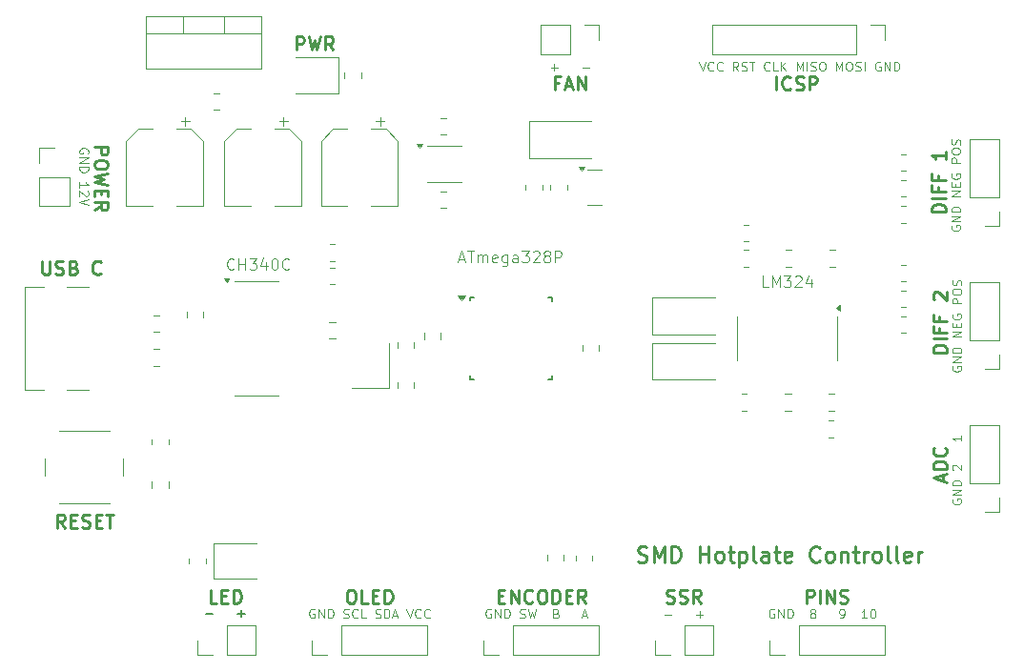
<source format=gbr>
%TF.GenerationSoftware,KiCad,Pcbnew,8.0.1*%
%TF.CreationDate,2024-04-29T10:33:51+02:00*%
%TF.ProjectId,PCB_SMD_Hotplate,5043425f-534d-4445-9f48-6f74706c6174,rev?*%
%TF.SameCoordinates,Original*%
%TF.FileFunction,Legend,Top*%
%TF.FilePolarity,Positive*%
%FSLAX46Y46*%
G04 Gerber Fmt 4.6, Leading zero omitted, Abs format (unit mm)*
G04 Created by KiCad (PCBNEW 8.0.1) date 2024-04-29 10:33:51*
%MOMM*%
%LPD*%
G01*
G04 APERTURE LIST*
%ADD10C,0.100000*%
%ADD11C,0.240000*%
%ADD12C,0.280000*%
%ADD13C,0.175000*%
%ADD14C,0.120000*%
%ADD15C,0.150000*%
G04 APERTURE END LIST*
D10*
X118757142Y-83812180D02*
X118709523Y-83859800D01*
X118709523Y-83859800D02*
X118566666Y-83907419D01*
X118566666Y-83907419D02*
X118471428Y-83907419D01*
X118471428Y-83907419D02*
X118328571Y-83859800D01*
X118328571Y-83859800D02*
X118233333Y-83764561D01*
X118233333Y-83764561D02*
X118185714Y-83669323D01*
X118185714Y-83669323D02*
X118138095Y-83478847D01*
X118138095Y-83478847D02*
X118138095Y-83335990D01*
X118138095Y-83335990D02*
X118185714Y-83145514D01*
X118185714Y-83145514D02*
X118233333Y-83050276D01*
X118233333Y-83050276D02*
X118328571Y-82955038D01*
X118328571Y-82955038D02*
X118471428Y-82907419D01*
X118471428Y-82907419D02*
X118566666Y-82907419D01*
X118566666Y-82907419D02*
X118709523Y-82955038D01*
X118709523Y-82955038D02*
X118757142Y-83002657D01*
X119185714Y-83907419D02*
X119185714Y-82907419D01*
X119185714Y-83383609D02*
X119757142Y-83383609D01*
X119757142Y-83907419D02*
X119757142Y-82907419D01*
X120138095Y-82907419D02*
X120757142Y-82907419D01*
X120757142Y-82907419D02*
X120423809Y-83288371D01*
X120423809Y-83288371D02*
X120566666Y-83288371D01*
X120566666Y-83288371D02*
X120661904Y-83335990D01*
X120661904Y-83335990D02*
X120709523Y-83383609D01*
X120709523Y-83383609D02*
X120757142Y-83478847D01*
X120757142Y-83478847D02*
X120757142Y-83716942D01*
X120757142Y-83716942D02*
X120709523Y-83812180D01*
X120709523Y-83812180D02*
X120661904Y-83859800D01*
X120661904Y-83859800D02*
X120566666Y-83907419D01*
X120566666Y-83907419D02*
X120280952Y-83907419D01*
X120280952Y-83907419D02*
X120185714Y-83859800D01*
X120185714Y-83859800D02*
X120138095Y-83812180D01*
X121614285Y-83240752D02*
X121614285Y-83907419D01*
X121376190Y-82859800D02*
X121138095Y-83574085D01*
X121138095Y-83574085D02*
X121757142Y-83574085D01*
X122328571Y-82907419D02*
X122423809Y-82907419D01*
X122423809Y-82907419D02*
X122519047Y-82955038D01*
X122519047Y-82955038D02*
X122566666Y-83002657D01*
X122566666Y-83002657D02*
X122614285Y-83097895D01*
X122614285Y-83097895D02*
X122661904Y-83288371D01*
X122661904Y-83288371D02*
X122661904Y-83526466D01*
X122661904Y-83526466D02*
X122614285Y-83716942D01*
X122614285Y-83716942D02*
X122566666Y-83812180D01*
X122566666Y-83812180D02*
X122519047Y-83859800D01*
X122519047Y-83859800D02*
X122423809Y-83907419D01*
X122423809Y-83907419D02*
X122328571Y-83907419D01*
X122328571Y-83907419D02*
X122233333Y-83859800D01*
X122233333Y-83859800D02*
X122185714Y-83812180D01*
X122185714Y-83812180D02*
X122138095Y-83716942D01*
X122138095Y-83716942D02*
X122090476Y-83526466D01*
X122090476Y-83526466D02*
X122090476Y-83288371D01*
X122090476Y-83288371D02*
X122138095Y-83097895D01*
X122138095Y-83097895D02*
X122185714Y-83002657D01*
X122185714Y-83002657D02*
X122233333Y-82955038D01*
X122233333Y-82955038D02*
X122328571Y-82907419D01*
X123661904Y-83812180D02*
X123614285Y-83859800D01*
X123614285Y-83859800D02*
X123471428Y-83907419D01*
X123471428Y-83907419D02*
X123376190Y-83907419D01*
X123376190Y-83907419D02*
X123233333Y-83859800D01*
X123233333Y-83859800D02*
X123138095Y-83764561D01*
X123138095Y-83764561D02*
X123090476Y-83669323D01*
X123090476Y-83669323D02*
X123042857Y-83478847D01*
X123042857Y-83478847D02*
X123042857Y-83335990D01*
X123042857Y-83335990D02*
X123090476Y-83145514D01*
X123090476Y-83145514D02*
X123138095Y-83050276D01*
X123138095Y-83050276D02*
X123233333Y-82955038D01*
X123233333Y-82955038D02*
X123376190Y-82907419D01*
X123376190Y-82907419D02*
X123471428Y-82907419D01*
X123471428Y-82907419D02*
X123614285Y-82955038D01*
X123614285Y-82955038D02*
X123661904Y-83002657D01*
D11*
X181942662Y-78757142D02*
X180742662Y-78757142D01*
X180742662Y-78757142D02*
X180742662Y-78471428D01*
X180742662Y-78471428D02*
X180799805Y-78299999D01*
X180799805Y-78299999D02*
X180914091Y-78185714D01*
X180914091Y-78185714D02*
X181028377Y-78128571D01*
X181028377Y-78128571D02*
X181256948Y-78071428D01*
X181256948Y-78071428D02*
X181428377Y-78071428D01*
X181428377Y-78071428D02*
X181656948Y-78128571D01*
X181656948Y-78128571D02*
X181771234Y-78185714D01*
X181771234Y-78185714D02*
X181885520Y-78299999D01*
X181885520Y-78299999D02*
X181942662Y-78471428D01*
X181942662Y-78471428D02*
X181942662Y-78757142D01*
X181942662Y-77557142D02*
X180742662Y-77557142D01*
X181314091Y-76585713D02*
X181314091Y-76985713D01*
X181942662Y-76985713D02*
X180742662Y-76985713D01*
X180742662Y-76985713D02*
X180742662Y-76414285D01*
X181314091Y-75557142D02*
X181314091Y-75957142D01*
X181942662Y-75957142D02*
X180742662Y-75957142D01*
X180742662Y-75957142D02*
X180742662Y-75385714D01*
X181942662Y-73385714D02*
X181942662Y-74071428D01*
X181942662Y-73728571D02*
X180742662Y-73728571D01*
X180742662Y-73728571D02*
X180914091Y-73842857D01*
X180914091Y-73842857D02*
X181028377Y-73957142D01*
X181028377Y-73957142D02*
X181085520Y-74071428D01*
D10*
X156985714Y-114560133D02*
X157595238Y-114560133D01*
X159804762Y-114560133D02*
X160414286Y-114560133D01*
X160109524Y-114864895D02*
X160109524Y-114255371D01*
X182602990Y-104290476D02*
X182564895Y-104366666D01*
X182564895Y-104366666D02*
X182564895Y-104480952D01*
X182564895Y-104480952D02*
X182602990Y-104595238D01*
X182602990Y-104595238D02*
X182679180Y-104671428D01*
X182679180Y-104671428D02*
X182755371Y-104709523D01*
X182755371Y-104709523D02*
X182907752Y-104747619D01*
X182907752Y-104747619D02*
X183022038Y-104747619D01*
X183022038Y-104747619D02*
X183174419Y-104709523D01*
X183174419Y-104709523D02*
X183250609Y-104671428D01*
X183250609Y-104671428D02*
X183326800Y-104595238D01*
X183326800Y-104595238D02*
X183364895Y-104480952D01*
X183364895Y-104480952D02*
X183364895Y-104404761D01*
X183364895Y-104404761D02*
X183326800Y-104290476D01*
X183326800Y-104290476D02*
X183288704Y-104252380D01*
X183288704Y-104252380D02*
X183022038Y-104252380D01*
X183022038Y-104252380D02*
X183022038Y-104404761D01*
X183364895Y-103909523D02*
X182564895Y-103909523D01*
X182564895Y-103909523D02*
X183364895Y-103452380D01*
X183364895Y-103452380D02*
X182564895Y-103452380D01*
X183364895Y-103071428D02*
X182564895Y-103071428D01*
X182564895Y-103071428D02*
X182564895Y-102880952D01*
X182564895Y-102880952D02*
X182602990Y-102766666D01*
X182602990Y-102766666D02*
X182679180Y-102690476D01*
X182679180Y-102690476D02*
X182755371Y-102652381D01*
X182755371Y-102652381D02*
X182907752Y-102614285D01*
X182907752Y-102614285D02*
X183022038Y-102614285D01*
X183022038Y-102614285D02*
X183174419Y-102652381D01*
X183174419Y-102652381D02*
X183250609Y-102690476D01*
X183250609Y-102690476D02*
X183326800Y-102766666D01*
X183326800Y-102766666D02*
X183364895Y-102880952D01*
X183364895Y-102880952D02*
X183364895Y-103071428D01*
X182641085Y-101700000D02*
X182602990Y-101661904D01*
X182602990Y-101661904D02*
X182564895Y-101585714D01*
X182564895Y-101585714D02*
X182564895Y-101395238D01*
X182564895Y-101395238D02*
X182602990Y-101319047D01*
X182602990Y-101319047D02*
X182641085Y-101280952D01*
X182641085Y-101280952D02*
X182717276Y-101242857D01*
X182717276Y-101242857D02*
X182793466Y-101242857D01*
X182793466Y-101242857D02*
X182907752Y-101280952D01*
X182907752Y-101280952D02*
X183364895Y-101738095D01*
X183364895Y-101738095D02*
X183364895Y-101242857D01*
X183364895Y-98652380D02*
X183364895Y-99109523D01*
X183364895Y-98880951D02*
X182564895Y-98880951D01*
X182564895Y-98880951D02*
X182679180Y-98957142D01*
X182679180Y-98957142D02*
X182755371Y-99033332D01*
X182755371Y-99033332D02*
X182793466Y-99109523D01*
D11*
X101728571Y-83142662D02*
X101728571Y-84114091D01*
X101728571Y-84114091D02*
X101785714Y-84228377D01*
X101785714Y-84228377D02*
X101842857Y-84285520D01*
X101842857Y-84285520D02*
X101957142Y-84342662D01*
X101957142Y-84342662D02*
X102185714Y-84342662D01*
X102185714Y-84342662D02*
X102299999Y-84285520D01*
X102299999Y-84285520D02*
X102357142Y-84228377D01*
X102357142Y-84228377D02*
X102414285Y-84114091D01*
X102414285Y-84114091D02*
X102414285Y-83142662D01*
X102928571Y-84285520D02*
X103100000Y-84342662D01*
X103100000Y-84342662D02*
X103385714Y-84342662D01*
X103385714Y-84342662D02*
X103500000Y-84285520D01*
X103500000Y-84285520D02*
X103557142Y-84228377D01*
X103557142Y-84228377D02*
X103614285Y-84114091D01*
X103614285Y-84114091D02*
X103614285Y-83999805D01*
X103614285Y-83999805D02*
X103557142Y-83885520D01*
X103557142Y-83885520D02*
X103500000Y-83828377D01*
X103500000Y-83828377D02*
X103385714Y-83771234D01*
X103385714Y-83771234D02*
X103157142Y-83714091D01*
X103157142Y-83714091D02*
X103042857Y-83656948D01*
X103042857Y-83656948D02*
X102985714Y-83599805D01*
X102985714Y-83599805D02*
X102928571Y-83485520D01*
X102928571Y-83485520D02*
X102928571Y-83371234D01*
X102928571Y-83371234D02*
X102985714Y-83256948D01*
X102985714Y-83256948D02*
X103042857Y-83199805D01*
X103042857Y-83199805D02*
X103157142Y-83142662D01*
X103157142Y-83142662D02*
X103442857Y-83142662D01*
X103442857Y-83142662D02*
X103614285Y-83199805D01*
X104528571Y-83714091D02*
X104699999Y-83771234D01*
X104699999Y-83771234D02*
X104757142Y-83828377D01*
X104757142Y-83828377D02*
X104814285Y-83942662D01*
X104814285Y-83942662D02*
X104814285Y-84114091D01*
X104814285Y-84114091D02*
X104757142Y-84228377D01*
X104757142Y-84228377D02*
X104699999Y-84285520D01*
X104699999Y-84285520D02*
X104585714Y-84342662D01*
X104585714Y-84342662D02*
X104128571Y-84342662D01*
X104128571Y-84342662D02*
X104128571Y-83142662D01*
X104128571Y-83142662D02*
X104528571Y-83142662D01*
X104528571Y-83142662D02*
X104642857Y-83199805D01*
X104642857Y-83199805D02*
X104699999Y-83256948D01*
X104699999Y-83256948D02*
X104757142Y-83371234D01*
X104757142Y-83371234D02*
X104757142Y-83485520D01*
X104757142Y-83485520D02*
X104699999Y-83599805D01*
X104699999Y-83599805D02*
X104642857Y-83656948D01*
X104642857Y-83656948D02*
X104528571Y-83714091D01*
X104528571Y-83714091D02*
X104128571Y-83714091D01*
X106928571Y-84228377D02*
X106871428Y-84285520D01*
X106871428Y-84285520D02*
X106700000Y-84342662D01*
X106700000Y-84342662D02*
X106585714Y-84342662D01*
X106585714Y-84342662D02*
X106414285Y-84285520D01*
X106414285Y-84285520D02*
X106300000Y-84171234D01*
X106300000Y-84171234D02*
X106242857Y-84056948D01*
X106242857Y-84056948D02*
X106185714Y-83828377D01*
X106185714Y-83828377D02*
X106185714Y-83656948D01*
X106185714Y-83656948D02*
X106242857Y-83428377D01*
X106242857Y-83428377D02*
X106300000Y-83314091D01*
X106300000Y-83314091D02*
X106414285Y-83199805D01*
X106414285Y-83199805D02*
X106585714Y-83142662D01*
X106585714Y-83142662D02*
X106700000Y-83142662D01*
X106700000Y-83142662D02*
X106871428Y-83199805D01*
X106871428Y-83199805D02*
X106928571Y-83256948D01*
X182042662Y-91257142D02*
X180842662Y-91257142D01*
X180842662Y-91257142D02*
X180842662Y-90971428D01*
X180842662Y-90971428D02*
X180899805Y-90799999D01*
X180899805Y-90799999D02*
X181014091Y-90685714D01*
X181014091Y-90685714D02*
X181128377Y-90628571D01*
X181128377Y-90628571D02*
X181356948Y-90571428D01*
X181356948Y-90571428D02*
X181528377Y-90571428D01*
X181528377Y-90571428D02*
X181756948Y-90628571D01*
X181756948Y-90628571D02*
X181871234Y-90685714D01*
X181871234Y-90685714D02*
X181985520Y-90799999D01*
X181985520Y-90799999D02*
X182042662Y-90971428D01*
X182042662Y-90971428D02*
X182042662Y-91257142D01*
X182042662Y-90057142D02*
X180842662Y-90057142D01*
X181414091Y-89085713D02*
X181414091Y-89485713D01*
X182042662Y-89485713D02*
X180842662Y-89485713D01*
X180842662Y-89485713D02*
X180842662Y-88914285D01*
X181414091Y-88057142D02*
X181414091Y-88457142D01*
X182042662Y-88457142D02*
X180842662Y-88457142D01*
X180842662Y-88457142D02*
X180842662Y-87885714D01*
X180956948Y-86571428D02*
X180899805Y-86514285D01*
X180899805Y-86514285D02*
X180842662Y-86400000D01*
X180842662Y-86400000D02*
X180842662Y-86114285D01*
X180842662Y-86114285D02*
X180899805Y-86000000D01*
X180899805Y-86000000D02*
X180956948Y-85942857D01*
X180956948Y-85942857D02*
X181071234Y-85885714D01*
X181071234Y-85885714D02*
X181185520Y-85885714D01*
X181185520Y-85885714D02*
X181356948Y-85942857D01*
X181356948Y-85942857D02*
X182042662Y-86628571D01*
X182042662Y-86628571D02*
X182042662Y-85885714D01*
X117228571Y-113542662D02*
X116657143Y-113542662D01*
X116657143Y-113542662D02*
X116657143Y-112342662D01*
X117628572Y-112914091D02*
X118028572Y-112914091D01*
X118200000Y-113542662D02*
X117628572Y-113542662D01*
X117628572Y-113542662D02*
X117628572Y-112342662D01*
X117628572Y-112342662D02*
X118200000Y-112342662D01*
X118714286Y-113542662D02*
X118714286Y-112342662D01*
X118714286Y-112342662D02*
X119000000Y-112342662D01*
X119000000Y-112342662D02*
X119171429Y-112399805D01*
X119171429Y-112399805D02*
X119285714Y-112514091D01*
X119285714Y-112514091D02*
X119342857Y-112628377D01*
X119342857Y-112628377D02*
X119400000Y-112856948D01*
X119400000Y-112856948D02*
X119400000Y-113028377D01*
X119400000Y-113028377D02*
X119342857Y-113256948D01*
X119342857Y-113256948D02*
X119285714Y-113371234D01*
X119285714Y-113371234D02*
X119171429Y-113485520D01*
X119171429Y-113485520D02*
X119000000Y-113542662D01*
X119000000Y-113542662D02*
X118714286Y-113542662D01*
D10*
X138752381Y-82971704D02*
X139228571Y-82971704D01*
X138657143Y-83257419D02*
X138990476Y-82257419D01*
X138990476Y-82257419D02*
X139323809Y-83257419D01*
X139514286Y-82257419D02*
X140085714Y-82257419D01*
X139800000Y-83257419D02*
X139800000Y-82257419D01*
X140419048Y-83257419D02*
X140419048Y-82590752D01*
X140419048Y-82685990D02*
X140466667Y-82638371D01*
X140466667Y-82638371D02*
X140561905Y-82590752D01*
X140561905Y-82590752D02*
X140704762Y-82590752D01*
X140704762Y-82590752D02*
X140800000Y-82638371D01*
X140800000Y-82638371D02*
X140847619Y-82733609D01*
X140847619Y-82733609D02*
X140847619Y-83257419D01*
X140847619Y-82733609D02*
X140895238Y-82638371D01*
X140895238Y-82638371D02*
X140990476Y-82590752D01*
X140990476Y-82590752D02*
X141133333Y-82590752D01*
X141133333Y-82590752D02*
X141228572Y-82638371D01*
X141228572Y-82638371D02*
X141276191Y-82733609D01*
X141276191Y-82733609D02*
X141276191Y-83257419D01*
X142133333Y-83209800D02*
X142038095Y-83257419D01*
X142038095Y-83257419D02*
X141847619Y-83257419D01*
X141847619Y-83257419D02*
X141752381Y-83209800D01*
X141752381Y-83209800D02*
X141704762Y-83114561D01*
X141704762Y-83114561D02*
X141704762Y-82733609D01*
X141704762Y-82733609D02*
X141752381Y-82638371D01*
X141752381Y-82638371D02*
X141847619Y-82590752D01*
X141847619Y-82590752D02*
X142038095Y-82590752D01*
X142038095Y-82590752D02*
X142133333Y-82638371D01*
X142133333Y-82638371D02*
X142180952Y-82733609D01*
X142180952Y-82733609D02*
X142180952Y-82828847D01*
X142180952Y-82828847D02*
X141704762Y-82924085D01*
X143038095Y-82590752D02*
X143038095Y-83400276D01*
X143038095Y-83400276D02*
X142990476Y-83495514D01*
X142990476Y-83495514D02*
X142942857Y-83543133D01*
X142942857Y-83543133D02*
X142847619Y-83590752D01*
X142847619Y-83590752D02*
X142704762Y-83590752D01*
X142704762Y-83590752D02*
X142609524Y-83543133D01*
X143038095Y-83209800D02*
X142942857Y-83257419D01*
X142942857Y-83257419D02*
X142752381Y-83257419D01*
X142752381Y-83257419D02*
X142657143Y-83209800D01*
X142657143Y-83209800D02*
X142609524Y-83162180D01*
X142609524Y-83162180D02*
X142561905Y-83066942D01*
X142561905Y-83066942D02*
X142561905Y-82781228D01*
X142561905Y-82781228D02*
X142609524Y-82685990D01*
X142609524Y-82685990D02*
X142657143Y-82638371D01*
X142657143Y-82638371D02*
X142752381Y-82590752D01*
X142752381Y-82590752D02*
X142942857Y-82590752D01*
X142942857Y-82590752D02*
X143038095Y-82638371D01*
X143942857Y-83257419D02*
X143942857Y-82733609D01*
X143942857Y-82733609D02*
X143895238Y-82638371D01*
X143895238Y-82638371D02*
X143800000Y-82590752D01*
X143800000Y-82590752D02*
X143609524Y-82590752D01*
X143609524Y-82590752D02*
X143514286Y-82638371D01*
X143942857Y-83209800D02*
X143847619Y-83257419D01*
X143847619Y-83257419D02*
X143609524Y-83257419D01*
X143609524Y-83257419D02*
X143514286Y-83209800D01*
X143514286Y-83209800D02*
X143466667Y-83114561D01*
X143466667Y-83114561D02*
X143466667Y-83019323D01*
X143466667Y-83019323D02*
X143514286Y-82924085D01*
X143514286Y-82924085D02*
X143609524Y-82876466D01*
X143609524Y-82876466D02*
X143847619Y-82876466D01*
X143847619Y-82876466D02*
X143942857Y-82828847D01*
X144323810Y-82257419D02*
X144942857Y-82257419D01*
X144942857Y-82257419D02*
X144609524Y-82638371D01*
X144609524Y-82638371D02*
X144752381Y-82638371D01*
X144752381Y-82638371D02*
X144847619Y-82685990D01*
X144847619Y-82685990D02*
X144895238Y-82733609D01*
X144895238Y-82733609D02*
X144942857Y-82828847D01*
X144942857Y-82828847D02*
X144942857Y-83066942D01*
X144942857Y-83066942D02*
X144895238Y-83162180D01*
X144895238Y-83162180D02*
X144847619Y-83209800D01*
X144847619Y-83209800D02*
X144752381Y-83257419D01*
X144752381Y-83257419D02*
X144466667Y-83257419D01*
X144466667Y-83257419D02*
X144371429Y-83209800D01*
X144371429Y-83209800D02*
X144323810Y-83162180D01*
X145323810Y-82352657D02*
X145371429Y-82305038D01*
X145371429Y-82305038D02*
X145466667Y-82257419D01*
X145466667Y-82257419D02*
X145704762Y-82257419D01*
X145704762Y-82257419D02*
X145800000Y-82305038D01*
X145800000Y-82305038D02*
X145847619Y-82352657D01*
X145847619Y-82352657D02*
X145895238Y-82447895D01*
X145895238Y-82447895D02*
X145895238Y-82543133D01*
X145895238Y-82543133D02*
X145847619Y-82685990D01*
X145847619Y-82685990D02*
X145276191Y-83257419D01*
X145276191Y-83257419D02*
X145895238Y-83257419D01*
X146466667Y-82685990D02*
X146371429Y-82638371D01*
X146371429Y-82638371D02*
X146323810Y-82590752D01*
X146323810Y-82590752D02*
X146276191Y-82495514D01*
X146276191Y-82495514D02*
X146276191Y-82447895D01*
X146276191Y-82447895D02*
X146323810Y-82352657D01*
X146323810Y-82352657D02*
X146371429Y-82305038D01*
X146371429Y-82305038D02*
X146466667Y-82257419D01*
X146466667Y-82257419D02*
X146657143Y-82257419D01*
X146657143Y-82257419D02*
X146752381Y-82305038D01*
X146752381Y-82305038D02*
X146800000Y-82352657D01*
X146800000Y-82352657D02*
X146847619Y-82447895D01*
X146847619Y-82447895D02*
X146847619Y-82495514D01*
X146847619Y-82495514D02*
X146800000Y-82590752D01*
X146800000Y-82590752D02*
X146752381Y-82638371D01*
X146752381Y-82638371D02*
X146657143Y-82685990D01*
X146657143Y-82685990D02*
X146466667Y-82685990D01*
X146466667Y-82685990D02*
X146371429Y-82733609D01*
X146371429Y-82733609D02*
X146323810Y-82781228D01*
X146323810Y-82781228D02*
X146276191Y-82876466D01*
X146276191Y-82876466D02*
X146276191Y-83066942D01*
X146276191Y-83066942D02*
X146323810Y-83162180D01*
X146323810Y-83162180D02*
X146371429Y-83209800D01*
X146371429Y-83209800D02*
X146466667Y-83257419D01*
X146466667Y-83257419D02*
X146657143Y-83257419D01*
X146657143Y-83257419D02*
X146752381Y-83209800D01*
X146752381Y-83209800D02*
X146800000Y-83162180D01*
X146800000Y-83162180D02*
X146847619Y-83066942D01*
X146847619Y-83066942D02*
X146847619Y-82876466D01*
X146847619Y-82876466D02*
X146800000Y-82781228D01*
X146800000Y-82781228D02*
X146752381Y-82733609D01*
X146752381Y-82733609D02*
X146657143Y-82685990D01*
X147276191Y-83257419D02*
X147276191Y-82257419D01*
X147276191Y-82257419D02*
X147657143Y-82257419D01*
X147657143Y-82257419D02*
X147752381Y-82305038D01*
X147752381Y-82305038D02*
X147800000Y-82352657D01*
X147800000Y-82352657D02*
X147847619Y-82447895D01*
X147847619Y-82447895D02*
X147847619Y-82590752D01*
X147847619Y-82590752D02*
X147800000Y-82685990D01*
X147800000Y-82685990D02*
X147752381Y-82733609D01*
X147752381Y-82733609D02*
X147657143Y-82781228D01*
X147657143Y-82781228D02*
X147276191Y-82781228D01*
D11*
X103757143Y-106842662D02*
X103357143Y-106271234D01*
X103071429Y-106842662D02*
X103071429Y-105642662D01*
X103071429Y-105642662D02*
X103528572Y-105642662D01*
X103528572Y-105642662D02*
X103642857Y-105699805D01*
X103642857Y-105699805D02*
X103700000Y-105756948D01*
X103700000Y-105756948D02*
X103757143Y-105871234D01*
X103757143Y-105871234D02*
X103757143Y-106042662D01*
X103757143Y-106042662D02*
X103700000Y-106156948D01*
X103700000Y-106156948D02*
X103642857Y-106214091D01*
X103642857Y-106214091D02*
X103528572Y-106271234D01*
X103528572Y-106271234D02*
X103071429Y-106271234D01*
X104271429Y-106214091D02*
X104671429Y-106214091D01*
X104842857Y-106842662D02*
X104271429Y-106842662D01*
X104271429Y-106842662D02*
X104271429Y-105642662D01*
X104271429Y-105642662D02*
X104842857Y-105642662D01*
X105300000Y-106785520D02*
X105471429Y-106842662D01*
X105471429Y-106842662D02*
X105757143Y-106842662D01*
X105757143Y-106842662D02*
X105871429Y-106785520D01*
X105871429Y-106785520D02*
X105928571Y-106728377D01*
X105928571Y-106728377D02*
X105985714Y-106614091D01*
X105985714Y-106614091D02*
X105985714Y-106499805D01*
X105985714Y-106499805D02*
X105928571Y-106385520D01*
X105928571Y-106385520D02*
X105871429Y-106328377D01*
X105871429Y-106328377D02*
X105757143Y-106271234D01*
X105757143Y-106271234D02*
X105528571Y-106214091D01*
X105528571Y-106214091D02*
X105414286Y-106156948D01*
X105414286Y-106156948D02*
X105357143Y-106099805D01*
X105357143Y-106099805D02*
X105300000Y-105985520D01*
X105300000Y-105985520D02*
X105300000Y-105871234D01*
X105300000Y-105871234D02*
X105357143Y-105756948D01*
X105357143Y-105756948D02*
X105414286Y-105699805D01*
X105414286Y-105699805D02*
X105528571Y-105642662D01*
X105528571Y-105642662D02*
X105814286Y-105642662D01*
X105814286Y-105642662D02*
X105985714Y-105699805D01*
X106500000Y-106214091D02*
X106900000Y-106214091D01*
X107071428Y-106842662D02*
X106500000Y-106842662D01*
X106500000Y-106842662D02*
X106500000Y-105642662D01*
X106500000Y-105642662D02*
X107071428Y-105642662D01*
X107414285Y-105642662D02*
X108100000Y-105642662D01*
X107757142Y-106842662D02*
X107757142Y-105642662D01*
D10*
X182502990Y-80000000D02*
X182464895Y-80076190D01*
X182464895Y-80076190D02*
X182464895Y-80190476D01*
X182464895Y-80190476D02*
X182502990Y-80304762D01*
X182502990Y-80304762D02*
X182579180Y-80380952D01*
X182579180Y-80380952D02*
X182655371Y-80419047D01*
X182655371Y-80419047D02*
X182807752Y-80457143D01*
X182807752Y-80457143D02*
X182922038Y-80457143D01*
X182922038Y-80457143D02*
X183074419Y-80419047D01*
X183074419Y-80419047D02*
X183150609Y-80380952D01*
X183150609Y-80380952D02*
X183226800Y-80304762D01*
X183226800Y-80304762D02*
X183264895Y-80190476D01*
X183264895Y-80190476D02*
X183264895Y-80114285D01*
X183264895Y-80114285D02*
X183226800Y-80000000D01*
X183226800Y-80000000D02*
X183188704Y-79961904D01*
X183188704Y-79961904D02*
X182922038Y-79961904D01*
X182922038Y-79961904D02*
X182922038Y-80114285D01*
X183264895Y-79619047D02*
X182464895Y-79619047D01*
X182464895Y-79619047D02*
X183264895Y-79161904D01*
X183264895Y-79161904D02*
X182464895Y-79161904D01*
X183264895Y-78780952D02*
X182464895Y-78780952D01*
X182464895Y-78780952D02*
X182464895Y-78590476D01*
X182464895Y-78590476D02*
X182502990Y-78476190D01*
X182502990Y-78476190D02*
X182579180Y-78400000D01*
X182579180Y-78400000D02*
X182655371Y-78361905D01*
X182655371Y-78361905D02*
X182807752Y-78323809D01*
X182807752Y-78323809D02*
X182922038Y-78323809D01*
X182922038Y-78323809D02*
X183074419Y-78361905D01*
X183074419Y-78361905D02*
X183150609Y-78400000D01*
X183150609Y-78400000D02*
X183226800Y-78476190D01*
X183226800Y-78476190D02*
X183264895Y-78590476D01*
X183264895Y-78590476D02*
X183264895Y-78780952D01*
X183264895Y-77371428D02*
X182464895Y-77371428D01*
X182464895Y-77371428D02*
X183264895Y-76914285D01*
X183264895Y-76914285D02*
X182464895Y-76914285D01*
X182845847Y-76533333D02*
X182845847Y-76266667D01*
X183264895Y-76152381D02*
X183264895Y-76533333D01*
X183264895Y-76533333D02*
X182464895Y-76533333D01*
X182464895Y-76533333D02*
X182464895Y-76152381D01*
X182502990Y-75390476D02*
X182464895Y-75466666D01*
X182464895Y-75466666D02*
X182464895Y-75580952D01*
X182464895Y-75580952D02*
X182502990Y-75695238D01*
X182502990Y-75695238D02*
X182579180Y-75771428D01*
X182579180Y-75771428D02*
X182655371Y-75809523D01*
X182655371Y-75809523D02*
X182807752Y-75847619D01*
X182807752Y-75847619D02*
X182922038Y-75847619D01*
X182922038Y-75847619D02*
X183074419Y-75809523D01*
X183074419Y-75809523D02*
X183150609Y-75771428D01*
X183150609Y-75771428D02*
X183226800Y-75695238D01*
X183226800Y-75695238D02*
X183264895Y-75580952D01*
X183264895Y-75580952D02*
X183264895Y-75504761D01*
X183264895Y-75504761D02*
X183226800Y-75390476D01*
X183226800Y-75390476D02*
X183188704Y-75352380D01*
X183188704Y-75352380D02*
X182922038Y-75352380D01*
X182922038Y-75352380D02*
X182922038Y-75504761D01*
X183264895Y-74399999D02*
X182464895Y-74399999D01*
X182464895Y-74399999D02*
X182464895Y-74095237D01*
X182464895Y-74095237D02*
X182502990Y-74019047D01*
X182502990Y-74019047D02*
X182541085Y-73980952D01*
X182541085Y-73980952D02*
X182617276Y-73942856D01*
X182617276Y-73942856D02*
X182731561Y-73942856D01*
X182731561Y-73942856D02*
X182807752Y-73980952D01*
X182807752Y-73980952D02*
X182845847Y-74019047D01*
X182845847Y-74019047D02*
X182883942Y-74095237D01*
X182883942Y-74095237D02*
X182883942Y-74399999D01*
X182464895Y-73447618D02*
X182464895Y-73295237D01*
X182464895Y-73295237D02*
X182502990Y-73219047D01*
X182502990Y-73219047D02*
X182579180Y-73142856D01*
X182579180Y-73142856D02*
X182731561Y-73104761D01*
X182731561Y-73104761D02*
X182998228Y-73104761D01*
X182998228Y-73104761D02*
X183150609Y-73142856D01*
X183150609Y-73142856D02*
X183226800Y-73219047D01*
X183226800Y-73219047D02*
X183264895Y-73295237D01*
X183264895Y-73295237D02*
X183264895Y-73447618D01*
X183264895Y-73447618D02*
X183226800Y-73523809D01*
X183226800Y-73523809D02*
X183150609Y-73599999D01*
X183150609Y-73599999D02*
X182998228Y-73638095D01*
X182998228Y-73638095D02*
X182731561Y-73638095D01*
X182731561Y-73638095D02*
X182579180Y-73599999D01*
X182579180Y-73599999D02*
X182502990Y-73523809D01*
X182502990Y-73523809D02*
X182464895Y-73447618D01*
X183226800Y-72800000D02*
X183264895Y-72685714D01*
X183264895Y-72685714D02*
X183264895Y-72495238D01*
X183264895Y-72495238D02*
X183226800Y-72419047D01*
X183226800Y-72419047D02*
X183188704Y-72380952D01*
X183188704Y-72380952D02*
X183112514Y-72342857D01*
X183112514Y-72342857D02*
X183036323Y-72342857D01*
X183036323Y-72342857D02*
X182960133Y-72380952D01*
X182960133Y-72380952D02*
X182922038Y-72419047D01*
X182922038Y-72419047D02*
X182883942Y-72495238D01*
X182883942Y-72495238D02*
X182845847Y-72647619D01*
X182845847Y-72647619D02*
X182807752Y-72723809D01*
X182807752Y-72723809D02*
X182769657Y-72761904D01*
X182769657Y-72761904D02*
X182693466Y-72800000D01*
X182693466Y-72800000D02*
X182617276Y-72800000D01*
X182617276Y-72800000D02*
X182541085Y-72761904D01*
X182541085Y-72761904D02*
X182502990Y-72723809D01*
X182502990Y-72723809D02*
X182464895Y-72647619D01*
X182464895Y-72647619D02*
X182464895Y-72457142D01*
X182464895Y-72457142D02*
X182502990Y-72342857D01*
D11*
X181699805Y-102685713D02*
X181699805Y-102114285D01*
X182042662Y-102799999D02*
X180842662Y-102399999D01*
X180842662Y-102399999D02*
X182042662Y-101999999D01*
X182042662Y-101599999D02*
X180842662Y-101599999D01*
X180842662Y-101599999D02*
X180842662Y-101314285D01*
X180842662Y-101314285D02*
X180899805Y-101142856D01*
X180899805Y-101142856D02*
X181014091Y-101028571D01*
X181014091Y-101028571D02*
X181128377Y-100971428D01*
X181128377Y-100971428D02*
X181356948Y-100914285D01*
X181356948Y-100914285D02*
X181528377Y-100914285D01*
X181528377Y-100914285D02*
X181756948Y-100971428D01*
X181756948Y-100971428D02*
X181871234Y-101028571D01*
X181871234Y-101028571D02*
X181985520Y-101142856D01*
X181985520Y-101142856D02*
X182042662Y-101314285D01*
X182042662Y-101314285D02*
X182042662Y-101599999D01*
X181928377Y-99714285D02*
X181985520Y-99771428D01*
X181985520Y-99771428D02*
X182042662Y-99942856D01*
X182042662Y-99942856D02*
X182042662Y-100057142D01*
X182042662Y-100057142D02*
X181985520Y-100228571D01*
X181985520Y-100228571D02*
X181871234Y-100342856D01*
X181871234Y-100342856D02*
X181756948Y-100399999D01*
X181756948Y-100399999D02*
X181528377Y-100457142D01*
X181528377Y-100457142D02*
X181356948Y-100457142D01*
X181356948Y-100457142D02*
X181128377Y-100399999D01*
X181128377Y-100399999D02*
X181014091Y-100342856D01*
X181014091Y-100342856D02*
X180899805Y-100228571D01*
X180899805Y-100228571D02*
X180842662Y-100057142D01*
X180842662Y-100057142D02*
X180842662Y-99942856D01*
X180842662Y-99942856D02*
X180899805Y-99771428D01*
X180899805Y-99771428D02*
X180956948Y-99714285D01*
X147628572Y-67314091D02*
X147228572Y-67314091D01*
X147228572Y-67942662D02*
X147228572Y-66742662D01*
X147228572Y-66742662D02*
X147800000Y-66742662D01*
X148200000Y-67599805D02*
X148771429Y-67599805D01*
X148085714Y-67942662D02*
X148485714Y-66742662D01*
X148485714Y-66742662D02*
X148885714Y-67942662D01*
X149285714Y-67942662D02*
X149285714Y-66742662D01*
X149285714Y-66742662D02*
X149971428Y-67942662D01*
X149971428Y-67942662D02*
X149971428Y-66742662D01*
D12*
X154633332Y-109816440D02*
X154833332Y-109883106D01*
X154833332Y-109883106D02*
X155166666Y-109883106D01*
X155166666Y-109883106D02*
X155299999Y-109816440D01*
X155299999Y-109816440D02*
X155366666Y-109749773D01*
X155366666Y-109749773D02*
X155433332Y-109616440D01*
X155433332Y-109616440D02*
X155433332Y-109483106D01*
X155433332Y-109483106D02*
X155366666Y-109349773D01*
X155366666Y-109349773D02*
X155299999Y-109283106D01*
X155299999Y-109283106D02*
X155166666Y-109216440D01*
X155166666Y-109216440D02*
X154899999Y-109149773D01*
X154899999Y-109149773D02*
X154766666Y-109083106D01*
X154766666Y-109083106D02*
X154699999Y-109016440D01*
X154699999Y-109016440D02*
X154633332Y-108883106D01*
X154633332Y-108883106D02*
X154633332Y-108749773D01*
X154633332Y-108749773D02*
X154699999Y-108616440D01*
X154699999Y-108616440D02*
X154766666Y-108549773D01*
X154766666Y-108549773D02*
X154899999Y-108483106D01*
X154899999Y-108483106D02*
X155233332Y-108483106D01*
X155233332Y-108483106D02*
X155433332Y-108549773D01*
X156033332Y-109883106D02*
X156033332Y-108483106D01*
X156033332Y-108483106D02*
X156499999Y-109483106D01*
X156499999Y-109483106D02*
X156966665Y-108483106D01*
X156966665Y-108483106D02*
X156966665Y-109883106D01*
X157633332Y-109883106D02*
X157633332Y-108483106D01*
X157633332Y-108483106D02*
X157966665Y-108483106D01*
X157966665Y-108483106D02*
X158166665Y-108549773D01*
X158166665Y-108549773D02*
X158299999Y-108683106D01*
X158299999Y-108683106D02*
X158366665Y-108816440D01*
X158366665Y-108816440D02*
X158433332Y-109083106D01*
X158433332Y-109083106D02*
X158433332Y-109283106D01*
X158433332Y-109283106D02*
X158366665Y-109549773D01*
X158366665Y-109549773D02*
X158299999Y-109683106D01*
X158299999Y-109683106D02*
X158166665Y-109816440D01*
X158166665Y-109816440D02*
X157966665Y-109883106D01*
X157966665Y-109883106D02*
X157633332Y-109883106D01*
X160099999Y-109883106D02*
X160099999Y-108483106D01*
X160099999Y-109149773D02*
X160899999Y-109149773D01*
X160899999Y-109883106D02*
X160899999Y-108483106D01*
X161766666Y-109883106D02*
X161633333Y-109816440D01*
X161633333Y-109816440D02*
X161566666Y-109749773D01*
X161566666Y-109749773D02*
X161499999Y-109616440D01*
X161499999Y-109616440D02*
X161499999Y-109216440D01*
X161499999Y-109216440D02*
X161566666Y-109083106D01*
X161566666Y-109083106D02*
X161633333Y-109016440D01*
X161633333Y-109016440D02*
X161766666Y-108949773D01*
X161766666Y-108949773D02*
X161966666Y-108949773D01*
X161966666Y-108949773D02*
X162099999Y-109016440D01*
X162099999Y-109016440D02*
X162166666Y-109083106D01*
X162166666Y-109083106D02*
X162233333Y-109216440D01*
X162233333Y-109216440D02*
X162233333Y-109616440D01*
X162233333Y-109616440D02*
X162166666Y-109749773D01*
X162166666Y-109749773D02*
X162099999Y-109816440D01*
X162099999Y-109816440D02*
X161966666Y-109883106D01*
X161966666Y-109883106D02*
X161766666Y-109883106D01*
X162633333Y-108949773D02*
X163166666Y-108949773D01*
X162833333Y-108483106D02*
X162833333Y-109683106D01*
X162833333Y-109683106D02*
X162900000Y-109816440D01*
X162900000Y-109816440D02*
X163033333Y-109883106D01*
X163033333Y-109883106D02*
X163166666Y-109883106D01*
X163633333Y-108949773D02*
X163633333Y-110349773D01*
X163633333Y-109016440D02*
X163766666Y-108949773D01*
X163766666Y-108949773D02*
X164033333Y-108949773D01*
X164033333Y-108949773D02*
X164166666Y-109016440D01*
X164166666Y-109016440D02*
X164233333Y-109083106D01*
X164233333Y-109083106D02*
X164300000Y-109216440D01*
X164300000Y-109216440D02*
X164300000Y-109616440D01*
X164300000Y-109616440D02*
X164233333Y-109749773D01*
X164233333Y-109749773D02*
X164166666Y-109816440D01*
X164166666Y-109816440D02*
X164033333Y-109883106D01*
X164033333Y-109883106D02*
X163766666Y-109883106D01*
X163766666Y-109883106D02*
X163633333Y-109816440D01*
X165100000Y-109883106D02*
X164966667Y-109816440D01*
X164966667Y-109816440D02*
X164900000Y-109683106D01*
X164900000Y-109683106D02*
X164900000Y-108483106D01*
X166233333Y-109883106D02*
X166233333Y-109149773D01*
X166233333Y-109149773D02*
X166166666Y-109016440D01*
X166166666Y-109016440D02*
X166033333Y-108949773D01*
X166033333Y-108949773D02*
X165766666Y-108949773D01*
X165766666Y-108949773D02*
X165633333Y-109016440D01*
X166233333Y-109816440D02*
X166100000Y-109883106D01*
X166100000Y-109883106D02*
X165766666Y-109883106D01*
X165766666Y-109883106D02*
X165633333Y-109816440D01*
X165633333Y-109816440D02*
X165566666Y-109683106D01*
X165566666Y-109683106D02*
X165566666Y-109549773D01*
X165566666Y-109549773D02*
X165633333Y-109416440D01*
X165633333Y-109416440D02*
X165766666Y-109349773D01*
X165766666Y-109349773D02*
X166100000Y-109349773D01*
X166100000Y-109349773D02*
X166233333Y-109283106D01*
X166700000Y-108949773D02*
X167233333Y-108949773D01*
X166900000Y-108483106D02*
X166900000Y-109683106D01*
X166900000Y-109683106D02*
X166966667Y-109816440D01*
X166966667Y-109816440D02*
X167100000Y-109883106D01*
X167100000Y-109883106D02*
X167233333Y-109883106D01*
X168233333Y-109816440D02*
X168100000Y-109883106D01*
X168100000Y-109883106D02*
X167833333Y-109883106D01*
X167833333Y-109883106D02*
X167700000Y-109816440D01*
X167700000Y-109816440D02*
X167633333Y-109683106D01*
X167633333Y-109683106D02*
X167633333Y-109149773D01*
X167633333Y-109149773D02*
X167700000Y-109016440D01*
X167700000Y-109016440D02*
X167833333Y-108949773D01*
X167833333Y-108949773D02*
X168100000Y-108949773D01*
X168100000Y-108949773D02*
X168233333Y-109016440D01*
X168233333Y-109016440D02*
X168300000Y-109149773D01*
X168300000Y-109149773D02*
X168300000Y-109283106D01*
X168300000Y-109283106D02*
X167633333Y-109416440D01*
X170766667Y-109749773D02*
X170700000Y-109816440D01*
X170700000Y-109816440D02*
X170500000Y-109883106D01*
X170500000Y-109883106D02*
X170366667Y-109883106D01*
X170366667Y-109883106D02*
X170166667Y-109816440D01*
X170166667Y-109816440D02*
X170033334Y-109683106D01*
X170033334Y-109683106D02*
X169966667Y-109549773D01*
X169966667Y-109549773D02*
X169900000Y-109283106D01*
X169900000Y-109283106D02*
X169900000Y-109083106D01*
X169900000Y-109083106D02*
X169966667Y-108816440D01*
X169966667Y-108816440D02*
X170033334Y-108683106D01*
X170033334Y-108683106D02*
X170166667Y-108549773D01*
X170166667Y-108549773D02*
X170366667Y-108483106D01*
X170366667Y-108483106D02*
X170500000Y-108483106D01*
X170500000Y-108483106D02*
X170700000Y-108549773D01*
X170700000Y-108549773D02*
X170766667Y-108616440D01*
X171566667Y-109883106D02*
X171433334Y-109816440D01*
X171433334Y-109816440D02*
X171366667Y-109749773D01*
X171366667Y-109749773D02*
X171300000Y-109616440D01*
X171300000Y-109616440D02*
X171300000Y-109216440D01*
X171300000Y-109216440D02*
X171366667Y-109083106D01*
X171366667Y-109083106D02*
X171433334Y-109016440D01*
X171433334Y-109016440D02*
X171566667Y-108949773D01*
X171566667Y-108949773D02*
X171766667Y-108949773D01*
X171766667Y-108949773D02*
X171900000Y-109016440D01*
X171900000Y-109016440D02*
X171966667Y-109083106D01*
X171966667Y-109083106D02*
X172033334Y-109216440D01*
X172033334Y-109216440D02*
X172033334Y-109616440D01*
X172033334Y-109616440D02*
X171966667Y-109749773D01*
X171966667Y-109749773D02*
X171900000Y-109816440D01*
X171900000Y-109816440D02*
X171766667Y-109883106D01*
X171766667Y-109883106D02*
X171566667Y-109883106D01*
X172633334Y-108949773D02*
X172633334Y-109883106D01*
X172633334Y-109083106D02*
X172700001Y-109016440D01*
X172700001Y-109016440D02*
X172833334Y-108949773D01*
X172833334Y-108949773D02*
X173033334Y-108949773D01*
X173033334Y-108949773D02*
X173166667Y-109016440D01*
X173166667Y-109016440D02*
X173233334Y-109149773D01*
X173233334Y-109149773D02*
X173233334Y-109883106D01*
X173700001Y-108949773D02*
X174233334Y-108949773D01*
X173900001Y-108483106D02*
X173900001Y-109683106D01*
X173900001Y-109683106D02*
X173966668Y-109816440D01*
X173966668Y-109816440D02*
X174100001Y-109883106D01*
X174100001Y-109883106D02*
X174233334Y-109883106D01*
X174700001Y-109883106D02*
X174700001Y-108949773D01*
X174700001Y-109216440D02*
X174766668Y-109083106D01*
X174766668Y-109083106D02*
X174833334Y-109016440D01*
X174833334Y-109016440D02*
X174966668Y-108949773D01*
X174966668Y-108949773D02*
X175100001Y-108949773D01*
X175766668Y-109883106D02*
X175633335Y-109816440D01*
X175633335Y-109816440D02*
X175566668Y-109749773D01*
X175566668Y-109749773D02*
X175500001Y-109616440D01*
X175500001Y-109616440D02*
X175500001Y-109216440D01*
X175500001Y-109216440D02*
X175566668Y-109083106D01*
X175566668Y-109083106D02*
X175633335Y-109016440D01*
X175633335Y-109016440D02*
X175766668Y-108949773D01*
X175766668Y-108949773D02*
X175966668Y-108949773D01*
X175966668Y-108949773D02*
X176100001Y-109016440D01*
X176100001Y-109016440D02*
X176166668Y-109083106D01*
X176166668Y-109083106D02*
X176233335Y-109216440D01*
X176233335Y-109216440D02*
X176233335Y-109616440D01*
X176233335Y-109616440D02*
X176166668Y-109749773D01*
X176166668Y-109749773D02*
X176100001Y-109816440D01*
X176100001Y-109816440D02*
X175966668Y-109883106D01*
X175966668Y-109883106D02*
X175766668Y-109883106D01*
X177033335Y-109883106D02*
X176900002Y-109816440D01*
X176900002Y-109816440D02*
X176833335Y-109683106D01*
X176833335Y-109683106D02*
X176833335Y-108483106D01*
X177766668Y-109883106D02*
X177633335Y-109816440D01*
X177633335Y-109816440D02*
X177566668Y-109683106D01*
X177566668Y-109683106D02*
X177566668Y-108483106D01*
X178833334Y-109816440D02*
X178700001Y-109883106D01*
X178700001Y-109883106D02*
X178433334Y-109883106D01*
X178433334Y-109883106D02*
X178300001Y-109816440D01*
X178300001Y-109816440D02*
X178233334Y-109683106D01*
X178233334Y-109683106D02*
X178233334Y-109149773D01*
X178233334Y-109149773D02*
X178300001Y-109016440D01*
X178300001Y-109016440D02*
X178433334Y-108949773D01*
X178433334Y-108949773D02*
X178700001Y-108949773D01*
X178700001Y-108949773D02*
X178833334Y-109016440D01*
X178833334Y-109016440D02*
X178900001Y-109149773D01*
X178900001Y-109149773D02*
X178900001Y-109283106D01*
X178900001Y-109283106D02*
X178233334Y-109416440D01*
X179500001Y-109883106D02*
X179500001Y-108949773D01*
X179500001Y-109216440D02*
X179566668Y-109083106D01*
X179566668Y-109083106D02*
X179633334Y-109016440D01*
X179633334Y-109016440D02*
X179766668Y-108949773D01*
X179766668Y-108949773D02*
X179900001Y-108949773D01*
D11*
X124300000Y-64392662D02*
X124300000Y-63192662D01*
X124300000Y-63192662D02*
X124757143Y-63192662D01*
X124757143Y-63192662D02*
X124871428Y-63249805D01*
X124871428Y-63249805D02*
X124928571Y-63306948D01*
X124928571Y-63306948D02*
X124985714Y-63421234D01*
X124985714Y-63421234D02*
X124985714Y-63592662D01*
X124985714Y-63592662D02*
X124928571Y-63706948D01*
X124928571Y-63706948D02*
X124871428Y-63764091D01*
X124871428Y-63764091D02*
X124757143Y-63821234D01*
X124757143Y-63821234D02*
X124300000Y-63821234D01*
X125385714Y-63192662D02*
X125671428Y-64392662D01*
X125671428Y-64392662D02*
X125900000Y-63535520D01*
X125900000Y-63535520D02*
X126128571Y-64392662D01*
X126128571Y-64392662D02*
X126414286Y-63192662D01*
X127557143Y-64392662D02*
X127157143Y-63821234D01*
X126871429Y-64392662D02*
X126871429Y-63192662D01*
X126871429Y-63192662D02*
X127328572Y-63192662D01*
X127328572Y-63192662D02*
X127442857Y-63249805D01*
X127442857Y-63249805D02*
X127500000Y-63306948D01*
X127500000Y-63306948D02*
X127557143Y-63421234D01*
X127557143Y-63421234D02*
X127557143Y-63592662D01*
X127557143Y-63592662D02*
X127500000Y-63706948D01*
X127500000Y-63706948D02*
X127442857Y-63764091D01*
X127442857Y-63764091D02*
X127328572Y-63821234D01*
X127328572Y-63821234D02*
X126871429Y-63821234D01*
X157185714Y-113485520D02*
X157357143Y-113542662D01*
X157357143Y-113542662D02*
X157642857Y-113542662D01*
X157642857Y-113542662D02*
X157757143Y-113485520D01*
X157757143Y-113485520D02*
X157814285Y-113428377D01*
X157814285Y-113428377D02*
X157871428Y-113314091D01*
X157871428Y-113314091D02*
X157871428Y-113199805D01*
X157871428Y-113199805D02*
X157814285Y-113085520D01*
X157814285Y-113085520D02*
X157757143Y-113028377D01*
X157757143Y-113028377D02*
X157642857Y-112971234D01*
X157642857Y-112971234D02*
X157414285Y-112914091D01*
X157414285Y-112914091D02*
X157300000Y-112856948D01*
X157300000Y-112856948D02*
X157242857Y-112799805D01*
X157242857Y-112799805D02*
X157185714Y-112685520D01*
X157185714Y-112685520D02*
X157185714Y-112571234D01*
X157185714Y-112571234D02*
X157242857Y-112456948D01*
X157242857Y-112456948D02*
X157300000Y-112399805D01*
X157300000Y-112399805D02*
X157414285Y-112342662D01*
X157414285Y-112342662D02*
X157700000Y-112342662D01*
X157700000Y-112342662D02*
X157871428Y-112399805D01*
X158328571Y-113485520D02*
X158500000Y-113542662D01*
X158500000Y-113542662D02*
X158785714Y-113542662D01*
X158785714Y-113542662D02*
X158900000Y-113485520D01*
X158900000Y-113485520D02*
X158957142Y-113428377D01*
X158957142Y-113428377D02*
X159014285Y-113314091D01*
X159014285Y-113314091D02*
X159014285Y-113199805D01*
X159014285Y-113199805D02*
X158957142Y-113085520D01*
X158957142Y-113085520D02*
X158900000Y-113028377D01*
X158900000Y-113028377D02*
X158785714Y-112971234D01*
X158785714Y-112971234D02*
X158557142Y-112914091D01*
X158557142Y-112914091D02*
X158442857Y-112856948D01*
X158442857Y-112856948D02*
X158385714Y-112799805D01*
X158385714Y-112799805D02*
X158328571Y-112685520D01*
X158328571Y-112685520D02*
X158328571Y-112571234D01*
X158328571Y-112571234D02*
X158385714Y-112456948D01*
X158385714Y-112456948D02*
X158442857Y-112399805D01*
X158442857Y-112399805D02*
X158557142Y-112342662D01*
X158557142Y-112342662D02*
X158842857Y-112342662D01*
X158842857Y-112342662D02*
X159014285Y-112399805D01*
X160214285Y-113542662D02*
X159814285Y-112971234D01*
X159528571Y-113542662D02*
X159528571Y-112342662D01*
X159528571Y-112342662D02*
X159985714Y-112342662D01*
X159985714Y-112342662D02*
X160099999Y-112399805D01*
X160099999Y-112399805D02*
X160157142Y-112456948D01*
X160157142Y-112456948D02*
X160214285Y-112571234D01*
X160214285Y-112571234D02*
X160214285Y-112742662D01*
X160214285Y-112742662D02*
X160157142Y-112856948D01*
X160157142Y-112856948D02*
X160099999Y-112914091D01*
X160099999Y-112914091D02*
X159985714Y-112971234D01*
X159985714Y-112971234D02*
X159528571Y-112971234D01*
D10*
X160085714Y-65464895D02*
X160352381Y-66264895D01*
X160352381Y-66264895D02*
X160619047Y-65464895D01*
X161342857Y-66188704D02*
X161304761Y-66226800D01*
X161304761Y-66226800D02*
X161190476Y-66264895D01*
X161190476Y-66264895D02*
X161114285Y-66264895D01*
X161114285Y-66264895D02*
X160999999Y-66226800D01*
X160999999Y-66226800D02*
X160923809Y-66150609D01*
X160923809Y-66150609D02*
X160885714Y-66074419D01*
X160885714Y-66074419D02*
X160847618Y-65922038D01*
X160847618Y-65922038D02*
X160847618Y-65807752D01*
X160847618Y-65807752D02*
X160885714Y-65655371D01*
X160885714Y-65655371D02*
X160923809Y-65579180D01*
X160923809Y-65579180D02*
X160999999Y-65502990D01*
X160999999Y-65502990D02*
X161114285Y-65464895D01*
X161114285Y-65464895D02*
X161190476Y-65464895D01*
X161190476Y-65464895D02*
X161304761Y-65502990D01*
X161304761Y-65502990D02*
X161342857Y-65541085D01*
X162142857Y-66188704D02*
X162104761Y-66226800D01*
X162104761Y-66226800D02*
X161990476Y-66264895D01*
X161990476Y-66264895D02*
X161914285Y-66264895D01*
X161914285Y-66264895D02*
X161799999Y-66226800D01*
X161799999Y-66226800D02*
X161723809Y-66150609D01*
X161723809Y-66150609D02*
X161685714Y-66074419D01*
X161685714Y-66074419D02*
X161647618Y-65922038D01*
X161647618Y-65922038D02*
X161647618Y-65807752D01*
X161647618Y-65807752D02*
X161685714Y-65655371D01*
X161685714Y-65655371D02*
X161723809Y-65579180D01*
X161723809Y-65579180D02*
X161799999Y-65502990D01*
X161799999Y-65502990D02*
X161914285Y-65464895D01*
X161914285Y-65464895D02*
X161990476Y-65464895D01*
X161990476Y-65464895D02*
X162104761Y-65502990D01*
X162104761Y-65502990D02*
X162142857Y-65541085D01*
X163552381Y-66264895D02*
X163285714Y-65883942D01*
X163095238Y-66264895D02*
X163095238Y-65464895D01*
X163095238Y-65464895D02*
X163400000Y-65464895D01*
X163400000Y-65464895D02*
X163476190Y-65502990D01*
X163476190Y-65502990D02*
X163514285Y-65541085D01*
X163514285Y-65541085D02*
X163552381Y-65617276D01*
X163552381Y-65617276D02*
X163552381Y-65731561D01*
X163552381Y-65731561D02*
X163514285Y-65807752D01*
X163514285Y-65807752D02*
X163476190Y-65845847D01*
X163476190Y-65845847D02*
X163400000Y-65883942D01*
X163400000Y-65883942D02*
X163095238Y-65883942D01*
X163857142Y-66226800D02*
X163971428Y-66264895D01*
X163971428Y-66264895D02*
X164161904Y-66264895D01*
X164161904Y-66264895D02*
X164238095Y-66226800D01*
X164238095Y-66226800D02*
X164276190Y-66188704D01*
X164276190Y-66188704D02*
X164314285Y-66112514D01*
X164314285Y-66112514D02*
X164314285Y-66036323D01*
X164314285Y-66036323D02*
X164276190Y-65960133D01*
X164276190Y-65960133D02*
X164238095Y-65922038D01*
X164238095Y-65922038D02*
X164161904Y-65883942D01*
X164161904Y-65883942D02*
X164009523Y-65845847D01*
X164009523Y-65845847D02*
X163933333Y-65807752D01*
X163933333Y-65807752D02*
X163895238Y-65769657D01*
X163895238Y-65769657D02*
X163857142Y-65693466D01*
X163857142Y-65693466D02*
X163857142Y-65617276D01*
X163857142Y-65617276D02*
X163895238Y-65541085D01*
X163895238Y-65541085D02*
X163933333Y-65502990D01*
X163933333Y-65502990D02*
X164009523Y-65464895D01*
X164009523Y-65464895D02*
X164200000Y-65464895D01*
X164200000Y-65464895D02*
X164314285Y-65502990D01*
X164542857Y-65464895D02*
X165000000Y-65464895D01*
X164771428Y-66264895D02*
X164771428Y-65464895D01*
X166333334Y-66188704D02*
X166295238Y-66226800D01*
X166295238Y-66226800D02*
X166180953Y-66264895D01*
X166180953Y-66264895D02*
X166104762Y-66264895D01*
X166104762Y-66264895D02*
X165990476Y-66226800D01*
X165990476Y-66226800D02*
X165914286Y-66150609D01*
X165914286Y-66150609D02*
X165876191Y-66074419D01*
X165876191Y-66074419D02*
X165838095Y-65922038D01*
X165838095Y-65922038D02*
X165838095Y-65807752D01*
X165838095Y-65807752D02*
X165876191Y-65655371D01*
X165876191Y-65655371D02*
X165914286Y-65579180D01*
X165914286Y-65579180D02*
X165990476Y-65502990D01*
X165990476Y-65502990D02*
X166104762Y-65464895D01*
X166104762Y-65464895D02*
X166180953Y-65464895D01*
X166180953Y-65464895D02*
X166295238Y-65502990D01*
X166295238Y-65502990D02*
X166333334Y-65541085D01*
X167057143Y-66264895D02*
X166676191Y-66264895D01*
X166676191Y-66264895D02*
X166676191Y-65464895D01*
X167323810Y-66264895D02*
X167323810Y-65464895D01*
X167780953Y-66264895D02*
X167438095Y-65807752D01*
X167780953Y-65464895D02*
X167323810Y-65922038D01*
X168733334Y-66264895D02*
X168733334Y-65464895D01*
X168733334Y-65464895D02*
X169000000Y-66036323D01*
X169000000Y-66036323D02*
X169266667Y-65464895D01*
X169266667Y-65464895D02*
X169266667Y-66264895D01*
X169647620Y-66264895D02*
X169647620Y-65464895D01*
X169990476Y-66226800D02*
X170104762Y-66264895D01*
X170104762Y-66264895D02*
X170295238Y-66264895D01*
X170295238Y-66264895D02*
X170371429Y-66226800D01*
X170371429Y-66226800D02*
X170409524Y-66188704D01*
X170409524Y-66188704D02*
X170447619Y-66112514D01*
X170447619Y-66112514D02*
X170447619Y-66036323D01*
X170447619Y-66036323D02*
X170409524Y-65960133D01*
X170409524Y-65960133D02*
X170371429Y-65922038D01*
X170371429Y-65922038D02*
X170295238Y-65883942D01*
X170295238Y-65883942D02*
X170142857Y-65845847D01*
X170142857Y-65845847D02*
X170066667Y-65807752D01*
X170066667Y-65807752D02*
X170028572Y-65769657D01*
X170028572Y-65769657D02*
X169990476Y-65693466D01*
X169990476Y-65693466D02*
X169990476Y-65617276D01*
X169990476Y-65617276D02*
X170028572Y-65541085D01*
X170028572Y-65541085D02*
X170066667Y-65502990D01*
X170066667Y-65502990D02*
X170142857Y-65464895D01*
X170142857Y-65464895D02*
X170333334Y-65464895D01*
X170333334Y-65464895D02*
X170447619Y-65502990D01*
X170942858Y-65464895D02*
X171095239Y-65464895D01*
X171095239Y-65464895D02*
X171171429Y-65502990D01*
X171171429Y-65502990D02*
X171247620Y-65579180D01*
X171247620Y-65579180D02*
X171285715Y-65731561D01*
X171285715Y-65731561D02*
X171285715Y-65998228D01*
X171285715Y-65998228D02*
X171247620Y-66150609D01*
X171247620Y-66150609D02*
X171171429Y-66226800D01*
X171171429Y-66226800D02*
X171095239Y-66264895D01*
X171095239Y-66264895D02*
X170942858Y-66264895D01*
X170942858Y-66264895D02*
X170866667Y-66226800D01*
X170866667Y-66226800D02*
X170790477Y-66150609D01*
X170790477Y-66150609D02*
X170752381Y-65998228D01*
X170752381Y-65998228D02*
X170752381Y-65731561D01*
X170752381Y-65731561D02*
X170790477Y-65579180D01*
X170790477Y-65579180D02*
X170866667Y-65502990D01*
X170866667Y-65502990D02*
X170942858Y-65464895D01*
X172238096Y-66264895D02*
X172238096Y-65464895D01*
X172238096Y-65464895D02*
X172504762Y-66036323D01*
X172504762Y-66036323D02*
X172771429Y-65464895D01*
X172771429Y-65464895D02*
X172771429Y-66264895D01*
X173304763Y-65464895D02*
X173457144Y-65464895D01*
X173457144Y-65464895D02*
X173533334Y-65502990D01*
X173533334Y-65502990D02*
X173609525Y-65579180D01*
X173609525Y-65579180D02*
X173647620Y-65731561D01*
X173647620Y-65731561D02*
X173647620Y-65998228D01*
X173647620Y-65998228D02*
X173609525Y-66150609D01*
X173609525Y-66150609D02*
X173533334Y-66226800D01*
X173533334Y-66226800D02*
X173457144Y-66264895D01*
X173457144Y-66264895D02*
X173304763Y-66264895D01*
X173304763Y-66264895D02*
X173228572Y-66226800D01*
X173228572Y-66226800D02*
X173152382Y-66150609D01*
X173152382Y-66150609D02*
X173114286Y-65998228D01*
X173114286Y-65998228D02*
X173114286Y-65731561D01*
X173114286Y-65731561D02*
X173152382Y-65579180D01*
X173152382Y-65579180D02*
X173228572Y-65502990D01*
X173228572Y-65502990D02*
X173304763Y-65464895D01*
X173952381Y-66226800D02*
X174066667Y-66264895D01*
X174066667Y-66264895D02*
X174257143Y-66264895D01*
X174257143Y-66264895D02*
X174333334Y-66226800D01*
X174333334Y-66226800D02*
X174371429Y-66188704D01*
X174371429Y-66188704D02*
X174409524Y-66112514D01*
X174409524Y-66112514D02*
X174409524Y-66036323D01*
X174409524Y-66036323D02*
X174371429Y-65960133D01*
X174371429Y-65960133D02*
X174333334Y-65922038D01*
X174333334Y-65922038D02*
X174257143Y-65883942D01*
X174257143Y-65883942D02*
X174104762Y-65845847D01*
X174104762Y-65845847D02*
X174028572Y-65807752D01*
X174028572Y-65807752D02*
X173990477Y-65769657D01*
X173990477Y-65769657D02*
X173952381Y-65693466D01*
X173952381Y-65693466D02*
X173952381Y-65617276D01*
X173952381Y-65617276D02*
X173990477Y-65541085D01*
X173990477Y-65541085D02*
X174028572Y-65502990D01*
X174028572Y-65502990D02*
X174104762Y-65464895D01*
X174104762Y-65464895D02*
X174295239Y-65464895D01*
X174295239Y-65464895D02*
X174409524Y-65502990D01*
X174752382Y-66264895D02*
X174752382Y-65464895D01*
X176161905Y-65502990D02*
X176085715Y-65464895D01*
X176085715Y-65464895D02*
X175971429Y-65464895D01*
X175971429Y-65464895D02*
X175857143Y-65502990D01*
X175857143Y-65502990D02*
X175780953Y-65579180D01*
X175780953Y-65579180D02*
X175742858Y-65655371D01*
X175742858Y-65655371D02*
X175704762Y-65807752D01*
X175704762Y-65807752D02*
X175704762Y-65922038D01*
X175704762Y-65922038D02*
X175742858Y-66074419D01*
X175742858Y-66074419D02*
X175780953Y-66150609D01*
X175780953Y-66150609D02*
X175857143Y-66226800D01*
X175857143Y-66226800D02*
X175971429Y-66264895D01*
X175971429Y-66264895D02*
X176047620Y-66264895D01*
X176047620Y-66264895D02*
X176161905Y-66226800D01*
X176161905Y-66226800D02*
X176200001Y-66188704D01*
X176200001Y-66188704D02*
X176200001Y-65922038D01*
X176200001Y-65922038D02*
X176047620Y-65922038D01*
X176542858Y-66264895D02*
X176542858Y-65464895D01*
X176542858Y-65464895D02*
X177000001Y-66264895D01*
X177000001Y-66264895D02*
X177000001Y-65464895D01*
X177380953Y-66264895D02*
X177380953Y-65464895D01*
X177380953Y-65464895D02*
X177571429Y-65464895D01*
X177571429Y-65464895D02*
X177685715Y-65502990D01*
X177685715Y-65502990D02*
X177761905Y-65579180D01*
X177761905Y-65579180D02*
X177800000Y-65655371D01*
X177800000Y-65655371D02*
X177838096Y-65807752D01*
X177838096Y-65807752D02*
X177838096Y-65922038D01*
X177838096Y-65922038D02*
X177800000Y-66074419D01*
X177800000Y-66074419D02*
X177761905Y-66150609D01*
X177761905Y-66150609D02*
X177685715Y-66226800D01*
X177685715Y-66226800D02*
X177571429Y-66264895D01*
X177571429Y-66264895D02*
X177380953Y-66264895D01*
D11*
X142242857Y-112914091D02*
X142642857Y-112914091D01*
X142814285Y-113542662D02*
X142242857Y-113542662D01*
X142242857Y-113542662D02*
X142242857Y-112342662D01*
X142242857Y-112342662D02*
X142814285Y-112342662D01*
X143328571Y-113542662D02*
X143328571Y-112342662D01*
X143328571Y-112342662D02*
X144014285Y-113542662D01*
X144014285Y-113542662D02*
X144014285Y-112342662D01*
X145271428Y-113428377D02*
X145214285Y-113485520D01*
X145214285Y-113485520D02*
X145042857Y-113542662D01*
X145042857Y-113542662D02*
X144928571Y-113542662D01*
X144928571Y-113542662D02*
X144757142Y-113485520D01*
X144757142Y-113485520D02*
X144642857Y-113371234D01*
X144642857Y-113371234D02*
X144585714Y-113256948D01*
X144585714Y-113256948D02*
X144528571Y-113028377D01*
X144528571Y-113028377D02*
X144528571Y-112856948D01*
X144528571Y-112856948D02*
X144585714Y-112628377D01*
X144585714Y-112628377D02*
X144642857Y-112514091D01*
X144642857Y-112514091D02*
X144757142Y-112399805D01*
X144757142Y-112399805D02*
X144928571Y-112342662D01*
X144928571Y-112342662D02*
X145042857Y-112342662D01*
X145042857Y-112342662D02*
X145214285Y-112399805D01*
X145214285Y-112399805D02*
X145271428Y-112456948D01*
X146014285Y-112342662D02*
X146242857Y-112342662D01*
X146242857Y-112342662D02*
X146357142Y-112399805D01*
X146357142Y-112399805D02*
X146471428Y-112514091D01*
X146471428Y-112514091D02*
X146528571Y-112742662D01*
X146528571Y-112742662D02*
X146528571Y-113142662D01*
X146528571Y-113142662D02*
X146471428Y-113371234D01*
X146471428Y-113371234D02*
X146357142Y-113485520D01*
X146357142Y-113485520D02*
X146242857Y-113542662D01*
X146242857Y-113542662D02*
X146014285Y-113542662D01*
X146014285Y-113542662D02*
X145900000Y-113485520D01*
X145900000Y-113485520D02*
X145785714Y-113371234D01*
X145785714Y-113371234D02*
X145728571Y-113142662D01*
X145728571Y-113142662D02*
X145728571Y-112742662D01*
X145728571Y-112742662D02*
X145785714Y-112514091D01*
X145785714Y-112514091D02*
X145900000Y-112399805D01*
X145900000Y-112399805D02*
X146014285Y-112342662D01*
X147042857Y-113542662D02*
X147042857Y-112342662D01*
X147042857Y-112342662D02*
X147328571Y-112342662D01*
X147328571Y-112342662D02*
X147500000Y-112399805D01*
X147500000Y-112399805D02*
X147614285Y-112514091D01*
X147614285Y-112514091D02*
X147671428Y-112628377D01*
X147671428Y-112628377D02*
X147728571Y-112856948D01*
X147728571Y-112856948D02*
X147728571Y-113028377D01*
X147728571Y-113028377D02*
X147671428Y-113256948D01*
X147671428Y-113256948D02*
X147614285Y-113371234D01*
X147614285Y-113371234D02*
X147500000Y-113485520D01*
X147500000Y-113485520D02*
X147328571Y-113542662D01*
X147328571Y-113542662D02*
X147042857Y-113542662D01*
X148242857Y-112914091D02*
X148642857Y-112914091D01*
X148814285Y-113542662D02*
X148242857Y-113542662D01*
X148242857Y-113542662D02*
X148242857Y-112342662D01*
X148242857Y-112342662D02*
X148814285Y-112342662D01*
X150014285Y-113542662D02*
X149614285Y-112971234D01*
X149328571Y-113542662D02*
X149328571Y-112342662D01*
X149328571Y-112342662D02*
X149785714Y-112342662D01*
X149785714Y-112342662D02*
X149899999Y-112399805D01*
X149899999Y-112399805D02*
X149957142Y-112456948D01*
X149957142Y-112456948D02*
X150014285Y-112571234D01*
X150014285Y-112571234D02*
X150014285Y-112742662D01*
X150014285Y-112742662D02*
X149957142Y-112856948D01*
X149957142Y-112856948D02*
X149899999Y-112914091D01*
X149899999Y-112914091D02*
X149785714Y-112971234D01*
X149785714Y-112971234D02*
X149328571Y-112971234D01*
D13*
X116285714Y-114456233D02*
X116895238Y-114456233D01*
X119104762Y-114456233D02*
X119714286Y-114456233D01*
X119409524Y-114760995D02*
X119409524Y-114151471D01*
D10*
X146885714Y-65960133D02*
X147495238Y-65960133D01*
X147190476Y-66264895D02*
X147190476Y-65655371D01*
X149704762Y-65960133D02*
X150314286Y-65960133D01*
X125904761Y-114102990D02*
X125828571Y-114064895D01*
X125828571Y-114064895D02*
X125714285Y-114064895D01*
X125714285Y-114064895D02*
X125599999Y-114102990D01*
X125599999Y-114102990D02*
X125523809Y-114179180D01*
X125523809Y-114179180D02*
X125485714Y-114255371D01*
X125485714Y-114255371D02*
X125447618Y-114407752D01*
X125447618Y-114407752D02*
X125447618Y-114522038D01*
X125447618Y-114522038D02*
X125485714Y-114674419D01*
X125485714Y-114674419D02*
X125523809Y-114750609D01*
X125523809Y-114750609D02*
X125599999Y-114826800D01*
X125599999Y-114826800D02*
X125714285Y-114864895D01*
X125714285Y-114864895D02*
X125790476Y-114864895D01*
X125790476Y-114864895D02*
X125904761Y-114826800D01*
X125904761Y-114826800D02*
X125942857Y-114788704D01*
X125942857Y-114788704D02*
X125942857Y-114522038D01*
X125942857Y-114522038D02*
X125790476Y-114522038D01*
X126285714Y-114864895D02*
X126285714Y-114064895D01*
X126285714Y-114064895D02*
X126742857Y-114864895D01*
X126742857Y-114864895D02*
X126742857Y-114064895D01*
X127123809Y-114864895D02*
X127123809Y-114064895D01*
X127123809Y-114064895D02*
X127314285Y-114064895D01*
X127314285Y-114064895D02*
X127428571Y-114102990D01*
X127428571Y-114102990D02*
X127504761Y-114179180D01*
X127504761Y-114179180D02*
X127542856Y-114255371D01*
X127542856Y-114255371D02*
X127580952Y-114407752D01*
X127580952Y-114407752D02*
X127580952Y-114522038D01*
X127580952Y-114522038D02*
X127542856Y-114674419D01*
X127542856Y-114674419D02*
X127504761Y-114750609D01*
X127504761Y-114750609D02*
X127428571Y-114826800D01*
X127428571Y-114826800D02*
X127314285Y-114864895D01*
X127314285Y-114864895D02*
X127123809Y-114864895D01*
X128495237Y-114826800D02*
X128609523Y-114864895D01*
X128609523Y-114864895D02*
X128799999Y-114864895D01*
X128799999Y-114864895D02*
X128876190Y-114826800D01*
X128876190Y-114826800D02*
X128914285Y-114788704D01*
X128914285Y-114788704D02*
X128952380Y-114712514D01*
X128952380Y-114712514D02*
X128952380Y-114636323D01*
X128952380Y-114636323D02*
X128914285Y-114560133D01*
X128914285Y-114560133D02*
X128876190Y-114522038D01*
X128876190Y-114522038D02*
X128799999Y-114483942D01*
X128799999Y-114483942D02*
X128647618Y-114445847D01*
X128647618Y-114445847D02*
X128571428Y-114407752D01*
X128571428Y-114407752D02*
X128533333Y-114369657D01*
X128533333Y-114369657D02*
X128495237Y-114293466D01*
X128495237Y-114293466D02*
X128495237Y-114217276D01*
X128495237Y-114217276D02*
X128533333Y-114141085D01*
X128533333Y-114141085D02*
X128571428Y-114102990D01*
X128571428Y-114102990D02*
X128647618Y-114064895D01*
X128647618Y-114064895D02*
X128838095Y-114064895D01*
X128838095Y-114064895D02*
X128952380Y-114102990D01*
X129752381Y-114788704D02*
X129714285Y-114826800D01*
X129714285Y-114826800D02*
X129600000Y-114864895D01*
X129600000Y-114864895D02*
X129523809Y-114864895D01*
X129523809Y-114864895D02*
X129409523Y-114826800D01*
X129409523Y-114826800D02*
X129333333Y-114750609D01*
X129333333Y-114750609D02*
X129295238Y-114674419D01*
X129295238Y-114674419D02*
X129257142Y-114522038D01*
X129257142Y-114522038D02*
X129257142Y-114407752D01*
X129257142Y-114407752D02*
X129295238Y-114255371D01*
X129295238Y-114255371D02*
X129333333Y-114179180D01*
X129333333Y-114179180D02*
X129409523Y-114102990D01*
X129409523Y-114102990D02*
X129523809Y-114064895D01*
X129523809Y-114064895D02*
X129600000Y-114064895D01*
X129600000Y-114064895D02*
X129714285Y-114102990D01*
X129714285Y-114102990D02*
X129752381Y-114141085D01*
X130476190Y-114864895D02*
X130095238Y-114864895D01*
X130095238Y-114864895D02*
X130095238Y-114064895D01*
X131314285Y-114826800D02*
X131428571Y-114864895D01*
X131428571Y-114864895D02*
X131619047Y-114864895D01*
X131619047Y-114864895D02*
X131695238Y-114826800D01*
X131695238Y-114826800D02*
X131733333Y-114788704D01*
X131733333Y-114788704D02*
X131771428Y-114712514D01*
X131771428Y-114712514D02*
X131771428Y-114636323D01*
X131771428Y-114636323D02*
X131733333Y-114560133D01*
X131733333Y-114560133D02*
X131695238Y-114522038D01*
X131695238Y-114522038D02*
X131619047Y-114483942D01*
X131619047Y-114483942D02*
X131466666Y-114445847D01*
X131466666Y-114445847D02*
X131390476Y-114407752D01*
X131390476Y-114407752D02*
X131352381Y-114369657D01*
X131352381Y-114369657D02*
X131314285Y-114293466D01*
X131314285Y-114293466D02*
X131314285Y-114217276D01*
X131314285Y-114217276D02*
X131352381Y-114141085D01*
X131352381Y-114141085D02*
X131390476Y-114102990D01*
X131390476Y-114102990D02*
X131466666Y-114064895D01*
X131466666Y-114064895D02*
X131657143Y-114064895D01*
X131657143Y-114064895D02*
X131771428Y-114102990D01*
X132114286Y-114864895D02*
X132114286Y-114064895D01*
X132114286Y-114064895D02*
X132304762Y-114064895D01*
X132304762Y-114064895D02*
X132419048Y-114102990D01*
X132419048Y-114102990D02*
X132495238Y-114179180D01*
X132495238Y-114179180D02*
X132533333Y-114255371D01*
X132533333Y-114255371D02*
X132571429Y-114407752D01*
X132571429Y-114407752D02*
X132571429Y-114522038D01*
X132571429Y-114522038D02*
X132533333Y-114674419D01*
X132533333Y-114674419D02*
X132495238Y-114750609D01*
X132495238Y-114750609D02*
X132419048Y-114826800D01*
X132419048Y-114826800D02*
X132304762Y-114864895D01*
X132304762Y-114864895D02*
X132114286Y-114864895D01*
X132876190Y-114636323D02*
X133257143Y-114636323D01*
X132800000Y-114864895D02*
X133066667Y-114064895D01*
X133066667Y-114064895D02*
X133333333Y-114864895D01*
X134095238Y-114064895D02*
X134361905Y-114864895D01*
X134361905Y-114864895D02*
X134628571Y-114064895D01*
X135352381Y-114788704D02*
X135314285Y-114826800D01*
X135314285Y-114826800D02*
X135200000Y-114864895D01*
X135200000Y-114864895D02*
X135123809Y-114864895D01*
X135123809Y-114864895D02*
X135009523Y-114826800D01*
X135009523Y-114826800D02*
X134933333Y-114750609D01*
X134933333Y-114750609D02*
X134895238Y-114674419D01*
X134895238Y-114674419D02*
X134857142Y-114522038D01*
X134857142Y-114522038D02*
X134857142Y-114407752D01*
X134857142Y-114407752D02*
X134895238Y-114255371D01*
X134895238Y-114255371D02*
X134933333Y-114179180D01*
X134933333Y-114179180D02*
X135009523Y-114102990D01*
X135009523Y-114102990D02*
X135123809Y-114064895D01*
X135123809Y-114064895D02*
X135200000Y-114064895D01*
X135200000Y-114064895D02*
X135314285Y-114102990D01*
X135314285Y-114102990D02*
X135352381Y-114141085D01*
X136152381Y-114788704D02*
X136114285Y-114826800D01*
X136114285Y-114826800D02*
X136000000Y-114864895D01*
X136000000Y-114864895D02*
X135923809Y-114864895D01*
X135923809Y-114864895D02*
X135809523Y-114826800D01*
X135809523Y-114826800D02*
X135733333Y-114750609D01*
X135733333Y-114750609D02*
X135695238Y-114674419D01*
X135695238Y-114674419D02*
X135657142Y-114522038D01*
X135657142Y-114522038D02*
X135657142Y-114407752D01*
X135657142Y-114407752D02*
X135695238Y-114255371D01*
X135695238Y-114255371D02*
X135733333Y-114179180D01*
X135733333Y-114179180D02*
X135809523Y-114102990D01*
X135809523Y-114102990D02*
X135923809Y-114064895D01*
X135923809Y-114064895D02*
X136000000Y-114064895D01*
X136000000Y-114064895D02*
X136114285Y-114102990D01*
X136114285Y-114102990D02*
X136152381Y-114141085D01*
D11*
X169600000Y-113542662D02*
X169600000Y-112342662D01*
X169600000Y-112342662D02*
X170057143Y-112342662D01*
X170057143Y-112342662D02*
X170171428Y-112399805D01*
X170171428Y-112399805D02*
X170228571Y-112456948D01*
X170228571Y-112456948D02*
X170285714Y-112571234D01*
X170285714Y-112571234D02*
X170285714Y-112742662D01*
X170285714Y-112742662D02*
X170228571Y-112856948D01*
X170228571Y-112856948D02*
X170171428Y-112914091D01*
X170171428Y-112914091D02*
X170057143Y-112971234D01*
X170057143Y-112971234D02*
X169600000Y-112971234D01*
X170800000Y-113542662D02*
X170800000Y-112342662D01*
X171371429Y-113542662D02*
X171371429Y-112342662D01*
X171371429Y-112342662D02*
X172057143Y-113542662D01*
X172057143Y-113542662D02*
X172057143Y-112342662D01*
X172571429Y-113485520D02*
X172742858Y-113542662D01*
X172742858Y-113542662D02*
X173028572Y-113542662D01*
X173028572Y-113542662D02*
X173142858Y-113485520D01*
X173142858Y-113485520D02*
X173200000Y-113428377D01*
X173200000Y-113428377D02*
X173257143Y-113314091D01*
X173257143Y-113314091D02*
X173257143Y-113199805D01*
X173257143Y-113199805D02*
X173200000Y-113085520D01*
X173200000Y-113085520D02*
X173142858Y-113028377D01*
X173142858Y-113028377D02*
X173028572Y-112971234D01*
X173028572Y-112971234D02*
X172800000Y-112914091D01*
X172800000Y-112914091D02*
X172685715Y-112856948D01*
X172685715Y-112856948D02*
X172628572Y-112799805D01*
X172628572Y-112799805D02*
X172571429Y-112685520D01*
X172571429Y-112685520D02*
X172571429Y-112571234D01*
X172571429Y-112571234D02*
X172628572Y-112456948D01*
X172628572Y-112456948D02*
X172685715Y-112399805D01*
X172685715Y-112399805D02*
X172800000Y-112342662D01*
X172800000Y-112342662D02*
X173085715Y-112342662D01*
X173085715Y-112342662D02*
X173257143Y-112399805D01*
D10*
X166733332Y-114102990D02*
X166657142Y-114064895D01*
X166657142Y-114064895D02*
X166542856Y-114064895D01*
X166542856Y-114064895D02*
X166428570Y-114102990D01*
X166428570Y-114102990D02*
X166352380Y-114179180D01*
X166352380Y-114179180D02*
X166314285Y-114255371D01*
X166314285Y-114255371D02*
X166276189Y-114407752D01*
X166276189Y-114407752D02*
X166276189Y-114522038D01*
X166276189Y-114522038D02*
X166314285Y-114674419D01*
X166314285Y-114674419D02*
X166352380Y-114750609D01*
X166352380Y-114750609D02*
X166428570Y-114826800D01*
X166428570Y-114826800D02*
X166542856Y-114864895D01*
X166542856Y-114864895D02*
X166619047Y-114864895D01*
X166619047Y-114864895D02*
X166733332Y-114826800D01*
X166733332Y-114826800D02*
X166771428Y-114788704D01*
X166771428Y-114788704D02*
X166771428Y-114522038D01*
X166771428Y-114522038D02*
X166619047Y-114522038D01*
X167114285Y-114864895D02*
X167114285Y-114064895D01*
X167114285Y-114064895D02*
X167571428Y-114864895D01*
X167571428Y-114864895D02*
X167571428Y-114064895D01*
X167952380Y-114864895D02*
X167952380Y-114064895D01*
X167952380Y-114064895D02*
X168142856Y-114064895D01*
X168142856Y-114064895D02*
X168257142Y-114102990D01*
X168257142Y-114102990D02*
X168333332Y-114179180D01*
X168333332Y-114179180D02*
X168371427Y-114255371D01*
X168371427Y-114255371D02*
X168409523Y-114407752D01*
X168409523Y-114407752D02*
X168409523Y-114522038D01*
X168409523Y-114522038D02*
X168371427Y-114674419D01*
X168371427Y-114674419D02*
X168333332Y-114750609D01*
X168333332Y-114750609D02*
X168257142Y-114826800D01*
X168257142Y-114826800D02*
X168142856Y-114864895D01*
X168142856Y-114864895D02*
X167952380Y-114864895D01*
X170085713Y-114407752D02*
X170009523Y-114369657D01*
X170009523Y-114369657D02*
X169971428Y-114331561D01*
X169971428Y-114331561D02*
X169933332Y-114255371D01*
X169933332Y-114255371D02*
X169933332Y-114217276D01*
X169933332Y-114217276D02*
X169971428Y-114141085D01*
X169971428Y-114141085D02*
X170009523Y-114102990D01*
X170009523Y-114102990D02*
X170085713Y-114064895D01*
X170085713Y-114064895D02*
X170238094Y-114064895D01*
X170238094Y-114064895D02*
X170314285Y-114102990D01*
X170314285Y-114102990D02*
X170352380Y-114141085D01*
X170352380Y-114141085D02*
X170390475Y-114217276D01*
X170390475Y-114217276D02*
X170390475Y-114255371D01*
X170390475Y-114255371D02*
X170352380Y-114331561D01*
X170352380Y-114331561D02*
X170314285Y-114369657D01*
X170314285Y-114369657D02*
X170238094Y-114407752D01*
X170238094Y-114407752D02*
X170085713Y-114407752D01*
X170085713Y-114407752D02*
X170009523Y-114445847D01*
X170009523Y-114445847D02*
X169971428Y-114483942D01*
X169971428Y-114483942D02*
X169933332Y-114560133D01*
X169933332Y-114560133D02*
X169933332Y-114712514D01*
X169933332Y-114712514D02*
X169971428Y-114788704D01*
X169971428Y-114788704D02*
X170009523Y-114826800D01*
X170009523Y-114826800D02*
X170085713Y-114864895D01*
X170085713Y-114864895D02*
X170238094Y-114864895D01*
X170238094Y-114864895D02*
X170314285Y-114826800D01*
X170314285Y-114826800D02*
X170352380Y-114788704D01*
X170352380Y-114788704D02*
X170390475Y-114712514D01*
X170390475Y-114712514D02*
X170390475Y-114560133D01*
X170390475Y-114560133D02*
X170352380Y-114483942D01*
X170352380Y-114483942D02*
X170314285Y-114445847D01*
X170314285Y-114445847D02*
X170238094Y-114407752D01*
X172600000Y-114864895D02*
X172752381Y-114864895D01*
X172752381Y-114864895D02*
X172828571Y-114826800D01*
X172828571Y-114826800D02*
X172866667Y-114788704D01*
X172866667Y-114788704D02*
X172942857Y-114674419D01*
X172942857Y-114674419D02*
X172980952Y-114522038D01*
X172980952Y-114522038D02*
X172980952Y-114217276D01*
X172980952Y-114217276D02*
X172942857Y-114141085D01*
X172942857Y-114141085D02*
X172904762Y-114102990D01*
X172904762Y-114102990D02*
X172828571Y-114064895D01*
X172828571Y-114064895D02*
X172676190Y-114064895D01*
X172676190Y-114064895D02*
X172600000Y-114102990D01*
X172600000Y-114102990D02*
X172561905Y-114141085D01*
X172561905Y-114141085D02*
X172523809Y-114217276D01*
X172523809Y-114217276D02*
X172523809Y-114407752D01*
X172523809Y-114407752D02*
X172561905Y-114483942D01*
X172561905Y-114483942D02*
X172600000Y-114522038D01*
X172600000Y-114522038D02*
X172676190Y-114560133D01*
X172676190Y-114560133D02*
X172828571Y-114560133D01*
X172828571Y-114560133D02*
X172904762Y-114522038D01*
X172904762Y-114522038D02*
X172942857Y-114483942D01*
X172942857Y-114483942D02*
X172980952Y-114407752D01*
X174961905Y-114864895D02*
X174504762Y-114864895D01*
X174733334Y-114864895D02*
X174733334Y-114064895D01*
X174733334Y-114064895D02*
X174657143Y-114179180D01*
X174657143Y-114179180D02*
X174580953Y-114255371D01*
X174580953Y-114255371D02*
X174504762Y-114293466D01*
X175457144Y-114064895D02*
X175533334Y-114064895D01*
X175533334Y-114064895D02*
X175609525Y-114102990D01*
X175609525Y-114102990D02*
X175647620Y-114141085D01*
X175647620Y-114141085D02*
X175685715Y-114217276D01*
X175685715Y-114217276D02*
X175723810Y-114369657D01*
X175723810Y-114369657D02*
X175723810Y-114560133D01*
X175723810Y-114560133D02*
X175685715Y-114712514D01*
X175685715Y-114712514D02*
X175647620Y-114788704D01*
X175647620Y-114788704D02*
X175609525Y-114826800D01*
X175609525Y-114826800D02*
X175533334Y-114864895D01*
X175533334Y-114864895D02*
X175457144Y-114864895D01*
X175457144Y-114864895D02*
X175380953Y-114826800D01*
X175380953Y-114826800D02*
X175342858Y-114788704D01*
X175342858Y-114788704D02*
X175304763Y-114712514D01*
X175304763Y-114712514D02*
X175266667Y-114560133D01*
X175266667Y-114560133D02*
X175266667Y-114369657D01*
X175266667Y-114369657D02*
X175304763Y-114217276D01*
X175304763Y-114217276D02*
X175342858Y-114141085D01*
X175342858Y-114141085D02*
X175380953Y-114102990D01*
X175380953Y-114102990D02*
X175457144Y-114064895D01*
D11*
X129057142Y-112342662D02*
X129285714Y-112342662D01*
X129285714Y-112342662D02*
X129399999Y-112399805D01*
X129399999Y-112399805D02*
X129514285Y-112514091D01*
X129514285Y-112514091D02*
X129571428Y-112742662D01*
X129571428Y-112742662D02*
X129571428Y-113142662D01*
X129571428Y-113142662D02*
X129514285Y-113371234D01*
X129514285Y-113371234D02*
X129399999Y-113485520D01*
X129399999Y-113485520D02*
X129285714Y-113542662D01*
X129285714Y-113542662D02*
X129057142Y-113542662D01*
X129057142Y-113542662D02*
X128942857Y-113485520D01*
X128942857Y-113485520D02*
X128828571Y-113371234D01*
X128828571Y-113371234D02*
X128771428Y-113142662D01*
X128771428Y-113142662D02*
X128771428Y-112742662D01*
X128771428Y-112742662D02*
X128828571Y-112514091D01*
X128828571Y-112514091D02*
X128942857Y-112399805D01*
X128942857Y-112399805D02*
X129057142Y-112342662D01*
X130657142Y-113542662D02*
X130085714Y-113542662D01*
X130085714Y-113542662D02*
X130085714Y-112342662D01*
X131057143Y-112914091D02*
X131457143Y-112914091D01*
X131628571Y-113542662D02*
X131057143Y-113542662D01*
X131057143Y-113542662D02*
X131057143Y-112342662D01*
X131057143Y-112342662D02*
X131628571Y-112342662D01*
X132142857Y-113542662D02*
X132142857Y-112342662D01*
X132142857Y-112342662D02*
X132428571Y-112342662D01*
X132428571Y-112342662D02*
X132600000Y-112399805D01*
X132600000Y-112399805D02*
X132714285Y-112514091D01*
X132714285Y-112514091D02*
X132771428Y-112628377D01*
X132771428Y-112628377D02*
X132828571Y-112856948D01*
X132828571Y-112856948D02*
X132828571Y-113028377D01*
X132828571Y-113028377D02*
X132771428Y-113256948D01*
X132771428Y-113256948D02*
X132714285Y-113371234D01*
X132714285Y-113371234D02*
X132600000Y-113485520D01*
X132600000Y-113485520D02*
X132428571Y-113542662D01*
X132428571Y-113542662D02*
X132142857Y-113542662D01*
D10*
X105797009Y-73580952D02*
X105835104Y-73504762D01*
X105835104Y-73504762D02*
X105835104Y-73390476D01*
X105835104Y-73390476D02*
X105797009Y-73276190D01*
X105797009Y-73276190D02*
X105720819Y-73200000D01*
X105720819Y-73200000D02*
X105644628Y-73161905D01*
X105644628Y-73161905D02*
X105492247Y-73123809D01*
X105492247Y-73123809D02*
X105377961Y-73123809D01*
X105377961Y-73123809D02*
X105225580Y-73161905D01*
X105225580Y-73161905D02*
X105149390Y-73200000D01*
X105149390Y-73200000D02*
X105073200Y-73276190D01*
X105073200Y-73276190D02*
X105035104Y-73390476D01*
X105035104Y-73390476D02*
X105035104Y-73466667D01*
X105035104Y-73466667D02*
X105073200Y-73580952D01*
X105073200Y-73580952D02*
X105111295Y-73619048D01*
X105111295Y-73619048D02*
X105377961Y-73619048D01*
X105377961Y-73619048D02*
X105377961Y-73466667D01*
X105035104Y-73961905D02*
X105835104Y-73961905D01*
X105835104Y-73961905D02*
X105035104Y-74419048D01*
X105035104Y-74419048D02*
X105835104Y-74419048D01*
X105035104Y-74800000D02*
X105835104Y-74800000D01*
X105835104Y-74800000D02*
X105835104Y-74990476D01*
X105835104Y-74990476D02*
X105797009Y-75104762D01*
X105797009Y-75104762D02*
X105720819Y-75180952D01*
X105720819Y-75180952D02*
X105644628Y-75219047D01*
X105644628Y-75219047D02*
X105492247Y-75257143D01*
X105492247Y-75257143D02*
X105377961Y-75257143D01*
X105377961Y-75257143D02*
X105225580Y-75219047D01*
X105225580Y-75219047D02*
X105149390Y-75180952D01*
X105149390Y-75180952D02*
X105073200Y-75104762D01*
X105073200Y-75104762D02*
X105035104Y-74990476D01*
X105035104Y-74990476D02*
X105035104Y-74800000D01*
X105035104Y-76628571D02*
X105035104Y-76171428D01*
X105035104Y-76400000D02*
X105835104Y-76400000D01*
X105835104Y-76400000D02*
X105720819Y-76323809D01*
X105720819Y-76323809D02*
X105644628Y-76247619D01*
X105644628Y-76247619D02*
X105606533Y-76171428D01*
X105758914Y-76933333D02*
X105797009Y-76971429D01*
X105797009Y-76971429D02*
X105835104Y-77047619D01*
X105835104Y-77047619D02*
X105835104Y-77238095D01*
X105835104Y-77238095D02*
X105797009Y-77314286D01*
X105797009Y-77314286D02*
X105758914Y-77352381D01*
X105758914Y-77352381D02*
X105682723Y-77390476D01*
X105682723Y-77390476D02*
X105606533Y-77390476D01*
X105606533Y-77390476D02*
X105492247Y-77352381D01*
X105492247Y-77352381D02*
X105035104Y-76895238D01*
X105035104Y-76895238D02*
X105035104Y-77390476D01*
X105835104Y-77619048D02*
X105035104Y-77885715D01*
X105035104Y-77885715D02*
X105835104Y-78152381D01*
D11*
X106357337Y-73028571D02*
X107557337Y-73028571D01*
X107557337Y-73028571D02*
X107557337Y-73485714D01*
X107557337Y-73485714D02*
X107500194Y-73599999D01*
X107500194Y-73599999D02*
X107443051Y-73657142D01*
X107443051Y-73657142D02*
X107328765Y-73714285D01*
X107328765Y-73714285D02*
X107157337Y-73714285D01*
X107157337Y-73714285D02*
X107043051Y-73657142D01*
X107043051Y-73657142D02*
X106985908Y-73599999D01*
X106985908Y-73599999D02*
X106928765Y-73485714D01*
X106928765Y-73485714D02*
X106928765Y-73028571D01*
X107557337Y-74457142D02*
X107557337Y-74685714D01*
X107557337Y-74685714D02*
X107500194Y-74799999D01*
X107500194Y-74799999D02*
X107385908Y-74914285D01*
X107385908Y-74914285D02*
X107157337Y-74971428D01*
X107157337Y-74971428D02*
X106757337Y-74971428D01*
X106757337Y-74971428D02*
X106528765Y-74914285D01*
X106528765Y-74914285D02*
X106414480Y-74799999D01*
X106414480Y-74799999D02*
X106357337Y-74685714D01*
X106357337Y-74685714D02*
X106357337Y-74457142D01*
X106357337Y-74457142D02*
X106414480Y-74342857D01*
X106414480Y-74342857D02*
X106528765Y-74228571D01*
X106528765Y-74228571D02*
X106757337Y-74171428D01*
X106757337Y-74171428D02*
X107157337Y-74171428D01*
X107157337Y-74171428D02*
X107385908Y-74228571D01*
X107385908Y-74228571D02*
X107500194Y-74342857D01*
X107500194Y-74342857D02*
X107557337Y-74457142D01*
X107557337Y-75371428D02*
X106357337Y-75657142D01*
X106357337Y-75657142D02*
X107214480Y-75885714D01*
X107214480Y-75885714D02*
X106357337Y-76114285D01*
X106357337Y-76114285D02*
X107557337Y-76400000D01*
X106985908Y-76857143D02*
X106985908Y-77257143D01*
X106357337Y-77428571D02*
X106357337Y-76857143D01*
X106357337Y-76857143D02*
X107557337Y-76857143D01*
X107557337Y-76857143D02*
X107557337Y-77428571D01*
X106357337Y-78628571D02*
X106928765Y-78228571D01*
X106357337Y-77942857D02*
X107557337Y-77942857D01*
X107557337Y-77942857D02*
X107557337Y-78400000D01*
X107557337Y-78400000D02*
X107500194Y-78514285D01*
X107500194Y-78514285D02*
X107443051Y-78571428D01*
X107443051Y-78571428D02*
X107328765Y-78628571D01*
X107328765Y-78628571D02*
X107157337Y-78628571D01*
X107157337Y-78628571D02*
X107043051Y-78571428D01*
X107043051Y-78571428D02*
X106985908Y-78514285D01*
X106985908Y-78514285D02*
X106928765Y-78400000D01*
X106928765Y-78400000D02*
X106928765Y-77942857D01*
X166928571Y-67942662D02*
X166928571Y-66742662D01*
X168185714Y-67828377D02*
X168128571Y-67885520D01*
X168128571Y-67885520D02*
X167957143Y-67942662D01*
X167957143Y-67942662D02*
X167842857Y-67942662D01*
X167842857Y-67942662D02*
X167671428Y-67885520D01*
X167671428Y-67885520D02*
X167557143Y-67771234D01*
X167557143Y-67771234D02*
X167500000Y-67656948D01*
X167500000Y-67656948D02*
X167442857Y-67428377D01*
X167442857Y-67428377D02*
X167442857Y-67256948D01*
X167442857Y-67256948D02*
X167500000Y-67028377D01*
X167500000Y-67028377D02*
X167557143Y-66914091D01*
X167557143Y-66914091D02*
X167671428Y-66799805D01*
X167671428Y-66799805D02*
X167842857Y-66742662D01*
X167842857Y-66742662D02*
X167957143Y-66742662D01*
X167957143Y-66742662D02*
X168128571Y-66799805D01*
X168128571Y-66799805D02*
X168185714Y-66856948D01*
X168642857Y-67885520D02*
X168814286Y-67942662D01*
X168814286Y-67942662D02*
X169100000Y-67942662D01*
X169100000Y-67942662D02*
X169214286Y-67885520D01*
X169214286Y-67885520D02*
X169271428Y-67828377D01*
X169271428Y-67828377D02*
X169328571Y-67714091D01*
X169328571Y-67714091D02*
X169328571Y-67599805D01*
X169328571Y-67599805D02*
X169271428Y-67485520D01*
X169271428Y-67485520D02*
X169214286Y-67428377D01*
X169214286Y-67428377D02*
X169100000Y-67371234D01*
X169100000Y-67371234D02*
X168871428Y-67314091D01*
X168871428Y-67314091D02*
X168757143Y-67256948D01*
X168757143Y-67256948D02*
X168700000Y-67199805D01*
X168700000Y-67199805D02*
X168642857Y-67085520D01*
X168642857Y-67085520D02*
X168642857Y-66971234D01*
X168642857Y-66971234D02*
X168700000Y-66856948D01*
X168700000Y-66856948D02*
X168757143Y-66799805D01*
X168757143Y-66799805D02*
X168871428Y-66742662D01*
X168871428Y-66742662D02*
X169157143Y-66742662D01*
X169157143Y-66742662D02*
X169328571Y-66799805D01*
X169842857Y-67942662D02*
X169842857Y-66742662D01*
X169842857Y-66742662D02*
X170300000Y-66742662D01*
X170300000Y-66742662D02*
X170414285Y-66799805D01*
X170414285Y-66799805D02*
X170471428Y-66856948D01*
X170471428Y-66856948D02*
X170528571Y-66971234D01*
X170528571Y-66971234D02*
X170528571Y-67142662D01*
X170528571Y-67142662D02*
X170471428Y-67256948D01*
X170471428Y-67256948D02*
X170414285Y-67314091D01*
X170414285Y-67314091D02*
X170300000Y-67371234D01*
X170300000Y-67371234D02*
X169842857Y-67371234D01*
D10*
X182602990Y-92500000D02*
X182564895Y-92576190D01*
X182564895Y-92576190D02*
X182564895Y-92690476D01*
X182564895Y-92690476D02*
X182602990Y-92804762D01*
X182602990Y-92804762D02*
X182679180Y-92880952D01*
X182679180Y-92880952D02*
X182755371Y-92919047D01*
X182755371Y-92919047D02*
X182907752Y-92957143D01*
X182907752Y-92957143D02*
X183022038Y-92957143D01*
X183022038Y-92957143D02*
X183174419Y-92919047D01*
X183174419Y-92919047D02*
X183250609Y-92880952D01*
X183250609Y-92880952D02*
X183326800Y-92804762D01*
X183326800Y-92804762D02*
X183364895Y-92690476D01*
X183364895Y-92690476D02*
X183364895Y-92614285D01*
X183364895Y-92614285D02*
X183326800Y-92500000D01*
X183326800Y-92500000D02*
X183288704Y-92461904D01*
X183288704Y-92461904D02*
X183022038Y-92461904D01*
X183022038Y-92461904D02*
X183022038Y-92614285D01*
X183364895Y-92119047D02*
X182564895Y-92119047D01*
X182564895Y-92119047D02*
X183364895Y-91661904D01*
X183364895Y-91661904D02*
X182564895Y-91661904D01*
X183364895Y-91280952D02*
X182564895Y-91280952D01*
X182564895Y-91280952D02*
X182564895Y-91090476D01*
X182564895Y-91090476D02*
X182602990Y-90976190D01*
X182602990Y-90976190D02*
X182679180Y-90900000D01*
X182679180Y-90900000D02*
X182755371Y-90861905D01*
X182755371Y-90861905D02*
X182907752Y-90823809D01*
X182907752Y-90823809D02*
X183022038Y-90823809D01*
X183022038Y-90823809D02*
X183174419Y-90861905D01*
X183174419Y-90861905D02*
X183250609Y-90900000D01*
X183250609Y-90900000D02*
X183326800Y-90976190D01*
X183326800Y-90976190D02*
X183364895Y-91090476D01*
X183364895Y-91090476D02*
X183364895Y-91280952D01*
X183364895Y-89871428D02*
X182564895Y-89871428D01*
X182564895Y-89871428D02*
X183364895Y-89414285D01*
X183364895Y-89414285D02*
X182564895Y-89414285D01*
X182945847Y-89033333D02*
X182945847Y-88766667D01*
X183364895Y-88652381D02*
X183364895Y-89033333D01*
X183364895Y-89033333D02*
X182564895Y-89033333D01*
X182564895Y-89033333D02*
X182564895Y-88652381D01*
X182602990Y-87890476D02*
X182564895Y-87966666D01*
X182564895Y-87966666D02*
X182564895Y-88080952D01*
X182564895Y-88080952D02*
X182602990Y-88195238D01*
X182602990Y-88195238D02*
X182679180Y-88271428D01*
X182679180Y-88271428D02*
X182755371Y-88309523D01*
X182755371Y-88309523D02*
X182907752Y-88347619D01*
X182907752Y-88347619D02*
X183022038Y-88347619D01*
X183022038Y-88347619D02*
X183174419Y-88309523D01*
X183174419Y-88309523D02*
X183250609Y-88271428D01*
X183250609Y-88271428D02*
X183326800Y-88195238D01*
X183326800Y-88195238D02*
X183364895Y-88080952D01*
X183364895Y-88080952D02*
X183364895Y-88004761D01*
X183364895Y-88004761D02*
X183326800Y-87890476D01*
X183326800Y-87890476D02*
X183288704Y-87852380D01*
X183288704Y-87852380D02*
X183022038Y-87852380D01*
X183022038Y-87852380D02*
X183022038Y-88004761D01*
X183364895Y-86899999D02*
X182564895Y-86899999D01*
X182564895Y-86899999D02*
X182564895Y-86595237D01*
X182564895Y-86595237D02*
X182602990Y-86519047D01*
X182602990Y-86519047D02*
X182641085Y-86480952D01*
X182641085Y-86480952D02*
X182717276Y-86442856D01*
X182717276Y-86442856D02*
X182831561Y-86442856D01*
X182831561Y-86442856D02*
X182907752Y-86480952D01*
X182907752Y-86480952D02*
X182945847Y-86519047D01*
X182945847Y-86519047D02*
X182983942Y-86595237D01*
X182983942Y-86595237D02*
X182983942Y-86899999D01*
X182564895Y-85947618D02*
X182564895Y-85795237D01*
X182564895Y-85795237D02*
X182602990Y-85719047D01*
X182602990Y-85719047D02*
X182679180Y-85642856D01*
X182679180Y-85642856D02*
X182831561Y-85604761D01*
X182831561Y-85604761D02*
X183098228Y-85604761D01*
X183098228Y-85604761D02*
X183250609Y-85642856D01*
X183250609Y-85642856D02*
X183326800Y-85719047D01*
X183326800Y-85719047D02*
X183364895Y-85795237D01*
X183364895Y-85795237D02*
X183364895Y-85947618D01*
X183364895Y-85947618D02*
X183326800Y-86023809D01*
X183326800Y-86023809D02*
X183250609Y-86099999D01*
X183250609Y-86099999D02*
X183098228Y-86138095D01*
X183098228Y-86138095D02*
X182831561Y-86138095D01*
X182831561Y-86138095D02*
X182679180Y-86099999D01*
X182679180Y-86099999D02*
X182602990Y-86023809D01*
X182602990Y-86023809D02*
X182564895Y-85947618D01*
X183326800Y-85300000D02*
X183364895Y-85185714D01*
X183364895Y-85185714D02*
X183364895Y-84995238D01*
X183364895Y-84995238D02*
X183326800Y-84919047D01*
X183326800Y-84919047D02*
X183288704Y-84880952D01*
X183288704Y-84880952D02*
X183212514Y-84842857D01*
X183212514Y-84842857D02*
X183136323Y-84842857D01*
X183136323Y-84842857D02*
X183060133Y-84880952D01*
X183060133Y-84880952D02*
X183022038Y-84919047D01*
X183022038Y-84919047D02*
X182983942Y-84995238D01*
X182983942Y-84995238D02*
X182945847Y-85147619D01*
X182945847Y-85147619D02*
X182907752Y-85223809D01*
X182907752Y-85223809D02*
X182869657Y-85261904D01*
X182869657Y-85261904D02*
X182793466Y-85300000D01*
X182793466Y-85300000D02*
X182717276Y-85300000D01*
X182717276Y-85300000D02*
X182641085Y-85261904D01*
X182641085Y-85261904D02*
X182602990Y-85223809D01*
X182602990Y-85223809D02*
X182564895Y-85147619D01*
X182564895Y-85147619D02*
X182564895Y-84957142D01*
X182564895Y-84957142D02*
X182602990Y-84842857D01*
X141580951Y-114102990D02*
X141504761Y-114064895D01*
X141504761Y-114064895D02*
X141390475Y-114064895D01*
X141390475Y-114064895D02*
X141276189Y-114102990D01*
X141276189Y-114102990D02*
X141199999Y-114179180D01*
X141199999Y-114179180D02*
X141161904Y-114255371D01*
X141161904Y-114255371D02*
X141123808Y-114407752D01*
X141123808Y-114407752D02*
X141123808Y-114522038D01*
X141123808Y-114522038D02*
X141161904Y-114674419D01*
X141161904Y-114674419D02*
X141199999Y-114750609D01*
X141199999Y-114750609D02*
X141276189Y-114826800D01*
X141276189Y-114826800D02*
X141390475Y-114864895D01*
X141390475Y-114864895D02*
X141466666Y-114864895D01*
X141466666Y-114864895D02*
X141580951Y-114826800D01*
X141580951Y-114826800D02*
X141619047Y-114788704D01*
X141619047Y-114788704D02*
X141619047Y-114522038D01*
X141619047Y-114522038D02*
X141466666Y-114522038D01*
X141961904Y-114864895D02*
X141961904Y-114064895D01*
X141961904Y-114064895D02*
X142419047Y-114864895D01*
X142419047Y-114864895D02*
X142419047Y-114064895D01*
X142799999Y-114864895D02*
X142799999Y-114064895D01*
X142799999Y-114064895D02*
X142990475Y-114064895D01*
X142990475Y-114064895D02*
X143104761Y-114102990D01*
X143104761Y-114102990D02*
X143180951Y-114179180D01*
X143180951Y-114179180D02*
X143219046Y-114255371D01*
X143219046Y-114255371D02*
X143257142Y-114407752D01*
X143257142Y-114407752D02*
X143257142Y-114522038D01*
X143257142Y-114522038D02*
X143219046Y-114674419D01*
X143219046Y-114674419D02*
X143180951Y-114750609D01*
X143180951Y-114750609D02*
X143104761Y-114826800D01*
X143104761Y-114826800D02*
X142990475Y-114864895D01*
X142990475Y-114864895D02*
X142799999Y-114864895D01*
X144171427Y-114826800D02*
X144285713Y-114864895D01*
X144285713Y-114864895D02*
X144476189Y-114864895D01*
X144476189Y-114864895D02*
X144552380Y-114826800D01*
X144552380Y-114826800D02*
X144590475Y-114788704D01*
X144590475Y-114788704D02*
X144628570Y-114712514D01*
X144628570Y-114712514D02*
X144628570Y-114636323D01*
X144628570Y-114636323D02*
X144590475Y-114560133D01*
X144590475Y-114560133D02*
X144552380Y-114522038D01*
X144552380Y-114522038D02*
X144476189Y-114483942D01*
X144476189Y-114483942D02*
X144323808Y-114445847D01*
X144323808Y-114445847D02*
X144247618Y-114407752D01*
X144247618Y-114407752D02*
X144209523Y-114369657D01*
X144209523Y-114369657D02*
X144171427Y-114293466D01*
X144171427Y-114293466D02*
X144171427Y-114217276D01*
X144171427Y-114217276D02*
X144209523Y-114141085D01*
X144209523Y-114141085D02*
X144247618Y-114102990D01*
X144247618Y-114102990D02*
X144323808Y-114064895D01*
X144323808Y-114064895D02*
X144514285Y-114064895D01*
X144514285Y-114064895D02*
X144628570Y-114102990D01*
X144895237Y-114064895D02*
X145085713Y-114864895D01*
X145085713Y-114864895D02*
X145238094Y-114293466D01*
X145238094Y-114293466D02*
X145390475Y-114864895D01*
X145390475Y-114864895D02*
X145580952Y-114064895D01*
X147371428Y-114445847D02*
X147485714Y-114483942D01*
X147485714Y-114483942D02*
X147523809Y-114522038D01*
X147523809Y-114522038D02*
X147561905Y-114598228D01*
X147561905Y-114598228D02*
X147561905Y-114712514D01*
X147561905Y-114712514D02*
X147523809Y-114788704D01*
X147523809Y-114788704D02*
X147485714Y-114826800D01*
X147485714Y-114826800D02*
X147409524Y-114864895D01*
X147409524Y-114864895D02*
X147104762Y-114864895D01*
X147104762Y-114864895D02*
X147104762Y-114064895D01*
X147104762Y-114064895D02*
X147371428Y-114064895D01*
X147371428Y-114064895D02*
X147447619Y-114102990D01*
X147447619Y-114102990D02*
X147485714Y-114141085D01*
X147485714Y-114141085D02*
X147523809Y-114217276D01*
X147523809Y-114217276D02*
X147523809Y-114293466D01*
X147523809Y-114293466D02*
X147485714Y-114369657D01*
X147485714Y-114369657D02*
X147447619Y-114407752D01*
X147447619Y-114407752D02*
X147371428Y-114445847D01*
X147371428Y-114445847D02*
X147104762Y-114445847D01*
X149695238Y-114636323D02*
X150076191Y-114636323D01*
X149619048Y-114864895D02*
X149885715Y-114064895D01*
X149885715Y-114064895D02*
X150152381Y-114864895D01*
X166209523Y-85457419D02*
X165733333Y-85457419D01*
X165733333Y-85457419D02*
X165733333Y-84457419D01*
X166542857Y-85457419D02*
X166542857Y-84457419D01*
X166542857Y-84457419D02*
X166876190Y-85171704D01*
X166876190Y-85171704D02*
X167209523Y-84457419D01*
X167209523Y-84457419D02*
X167209523Y-85457419D01*
X167590476Y-84457419D02*
X168209523Y-84457419D01*
X168209523Y-84457419D02*
X167876190Y-84838371D01*
X167876190Y-84838371D02*
X168019047Y-84838371D01*
X168019047Y-84838371D02*
X168114285Y-84885990D01*
X168114285Y-84885990D02*
X168161904Y-84933609D01*
X168161904Y-84933609D02*
X168209523Y-85028847D01*
X168209523Y-85028847D02*
X168209523Y-85266942D01*
X168209523Y-85266942D02*
X168161904Y-85362180D01*
X168161904Y-85362180D02*
X168114285Y-85409800D01*
X168114285Y-85409800D02*
X168019047Y-85457419D01*
X168019047Y-85457419D02*
X167733333Y-85457419D01*
X167733333Y-85457419D02*
X167638095Y-85409800D01*
X167638095Y-85409800D02*
X167590476Y-85362180D01*
X168590476Y-84552657D02*
X168638095Y-84505038D01*
X168638095Y-84505038D02*
X168733333Y-84457419D01*
X168733333Y-84457419D02*
X168971428Y-84457419D01*
X168971428Y-84457419D02*
X169066666Y-84505038D01*
X169066666Y-84505038D02*
X169114285Y-84552657D01*
X169114285Y-84552657D02*
X169161904Y-84647895D01*
X169161904Y-84647895D02*
X169161904Y-84743133D01*
X169161904Y-84743133D02*
X169114285Y-84885990D01*
X169114285Y-84885990D02*
X168542857Y-85457419D01*
X168542857Y-85457419D02*
X169161904Y-85457419D01*
X170019047Y-84790752D02*
X170019047Y-85457419D01*
X169780952Y-84409800D02*
X169542857Y-85124085D01*
X169542857Y-85124085D02*
X170161904Y-85124085D01*
D14*
%TO.C,D5*%
X155940000Y-90400000D02*
X155940000Y-93700000D01*
X155940000Y-90400000D02*
X161450000Y-90400000D01*
X155940000Y-93700000D02*
X161450000Y-93700000D01*
%TO.C,D4*%
X155940000Y-86350000D02*
X155940000Y-89650000D01*
X155940000Y-86350000D02*
X161450000Y-86350000D01*
X155940000Y-89650000D02*
X161450000Y-89650000D01*
%TO.C,U2*%
X120800000Y-84940000D02*
X118850000Y-84940000D01*
X120800000Y-84940000D02*
X122750000Y-84940000D01*
X120800000Y-95060000D02*
X118850000Y-95060000D01*
X120800000Y-95060000D02*
X122750000Y-95060000D01*
X118100000Y-84995000D02*
X117860000Y-84665000D01*
X118340000Y-84665000D01*
X118100000Y-84995000D01*
G36*
X118100000Y-84995000D02*
G01*
X117860000Y-84665000D01*
X118340000Y-84665000D01*
X118100000Y-84995000D01*
G37*
%TO.C,C8*%
X126490000Y-72454437D02*
X126490000Y-78210000D01*
X126490000Y-78210000D02*
X128840000Y-78210000D01*
X127554437Y-71390000D02*
X126490000Y-72454437D01*
X127554437Y-71390000D02*
X128840000Y-71390000D01*
X131747500Y-70362500D02*
X131747500Y-71150000D01*
X132141250Y-70756250D02*
X131353750Y-70756250D01*
X132245563Y-71390000D02*
X130960000Y-71390000D01*
X132245563Y-71390000D02*
X133310000Y-72454437D01*
X133310000Y-72454437D02*
X133310000Y-78210000D01*
X133310000Y-78210000D02*
X130960000Y-78210000D01*
%TO.C,J5*%
X145990000Y-62170000D02*
X145990000Y-64830000D01*
X148590000Y-62170000D02*
X145990000Y-62170000D01*
X148590000Y-62170000D02*
X148590000Y-64830000D01*
X148590000Y-64830000D02*
X145990000Y-64830000D01*
X149860000Y-62170000D02*
X151190000Y-62170000D01*
X151190000Y-62170000D02*
X151190000Y-63500000D01*
%TO.C,C2*%
X109190000Y-72454437D02*
X109190000Y-78210000D01*
X109190000Y-78210000D02*
X111540000Y-78210000D01*
X110254437Y-71390000D02*
X109190000Y-72454437D01*
X110254437Y-71390000D02*
X111540000Y-71390000D01*
X114447500Y-70362500D02*
X114447500Y-71150000D01*
X114841250Y-70756250D02*
X114053750Y-70756250D01*
X114945563Y-71390000D02*
X113660000Y-71390000D01*
X114945563Y-71390000D02*
X116010000Y-72454437D01*
X116010000Y-72454437D02*
X116010000Y-78210000D01*
X116010000Y-78210000D02*
X113660000Y-78210000D01*
%TO.C,C6*%
X137611252Y-70465000D02*
X137088748Y-70465000D01*
X137611252Y-71935000D02*
X137088748Y-71935000D01*
%TO.C,R9*%
X149125000Y-109285436D02*
X149125000Y-109739564D01*
X150595000Y-109285436D02*
X150595000Y-109739564D01*
%TO.C,C15*%
X111465000Y-102751248D02*
X111465000Y-103273752D01*
X112935000Y-102751248D02*
X112935000Y-103273752D01*
%TO.C,J8*%
X156150000Y-118170000D02*
X156150000Y-116840000D01*
X157480000Y-118170000D02*
X156150000Y-118170000D01*
X158750000Y-115510000D02*
X161350000Y-115510000D01*
X158750000Y-118170000D02*
X158750000Y-115510000D01*
X158750000Y-118170000D02*
X161350000Y-118170000D01*
X161350000Y-118170000D02*
X161350000Y-115510000D01*
%TO.C,C14*%
X168223752Y-94965000D02*
X167701248Y-94965000D01*
X168223752Y-96435000D02*
X167701248Y-96435000D01*
%TO.C,Y1*%
X129200000Y-94400000D02*
X132500000Y-94400000D01*
X132500000Y-94400000D02*
X132500000Y-90400000D01*
%TO.C,R3*%
X111660436Y-90965000D02*
X112114564Y-90965000D01*
X111660436Y-92435000D02*
X112114564Y-92435000D01*
%TO.C,U4*%
X163465000Y-90000000D02*
X163465000Y-88050000D01*
X163465000Y-90000000D02*
X163465000Y-91950000D01*
X172335000Y-90000000D02*
X172335000Y-88050000D01*
X172335000Y-90000000D02*
X172335000Y-91950000D01*
X172600000Y-87540000D02*
X172270000Y-87300000D01*
X172600000Y-87060000D01*
X172600000Y-87540000D01*
G36*
X172600000Y-87540000D02*
G01*
X172270000Y-87300000D01*
X172600000Y-87060000D01*
X172600000Y-87540000D01*
G37*
%TO.C,R13*%
X178427064Y-75965000D02*
X177972936Y-75965000D01*
X178427064Y-77435000D02*
X177972936Y-77435000D01*
%TO.C,J1*%
X101470000Y-73070000D02*
X102800000Y-73070000D01*
X101470000Y-74400000D02*
X101470000Y-73070000D01*
X101470000Y-75670000D02*
X101470000Y-78270000D01*
X101470000Y-75670000D02*
X104130000Y-75670000D01*
X101470000Y-78270000D02*
X104130000Y-78270000D01*
X104130000Y-75670000D02*
X104130000Y-78270000D01*
%TO.C,J4*%
X125670000Y-118170000D02*
X125670000Y-116840000D01*
X127000000Y-118170000D02*
X125670000Y-118170000D01*
X128270000Y-115510000D02*
X135950000Y-115510000D01*
X128270000Y-118170000D02*
X128270000Y-115510000D01*
X128270000Y-118170000D02*
X135950000Y-118170000D01*
X135950000Y-118170000D02*
X135950000Y-115510000D01*
%TO.C,R18*%
X178427064Y-83465000D02*
X177972936Y-83465000D01*
X178427064Y-84935000D02*
X177972936Y-84935000D01*
%TO.C,R1*%
X111660436Y-87965000D02*
X112114564Y-87965000D01*
X111660436Y-89435000D02*
X112114564Y-89435000D01*
%TO.C,R14*%
X178427064Y-78265000D02*
X177972936Y-78265000D01*
X178427064Y-79735000D02*
X177972936Y-79735000D01*
%TO.C,C4*%
X117890000Y-72454437D02*
X117890000Y-78210000D01*
X117890000Y-78210000D02*
X120240000Y-78210000D01*
X118954437Y-71390000D02*
X117890000Y-72454437D01*
X118954437Y-71390000D02*
X120240000Y-71390000D01*
X123147500Y-70362500D02*
X123147500Y-71150000D01*
X123541250Y-70756250D02*
X122753750Y-70756250D01*
X123645563Y-71390000D02*
X122360000Y-71390000D01*
X123645563Y-71390000D02*
X124710000Y-72454437D01*
X124710000Y-72454437D02*
X124710000Y-78210000D01*
X124710000Y-78210000D02*
X122360000Y-78210000D01*
%TO.C,R11*%
X111465000Y-98985436D02*
X111465000Y-99439564D01*
X112935000Y-98985436D02*
X112935000Y-99439564D01*
%TO.C,J3*%
X184090000Y-102870000D02*
X184090000Y-97730000D01*
X186750000Y-97730000D02*
X184090000Y-97730000D01*
X186750000Y-102870000D02*
X184090000Y-102870000D01*
X186750000Y-102870000D02*
X186750000Y-97730000D01*
X186750000Y-104140000D02*
X186750000Y-105470000D01*
X186750000Y-105470000D02*
X185420000Y-105470000D01*
%TO.C,R17*%
X164010436Y-82165000D02*
X164464564Y-82165000D01*
X164010436Y-83635000D02*
X164464564Y-83635000D01*
%TO.C,D2*%
X124200000Y-68235000D02*
X128085000Y-68235000D01*
X128085000Y-65065000D02*
X124200000Y-65065000D01*
X128085000Y-68235000D02*
X128085000Y-65065000D01*
%TO.C,J7*%
X140910000Y-118170000D02*
X140910000Y-116840000D01*
X142240000Y-118170000D02*
X140910000Y-118170000D01*
X143510000Y-115510000D02*
X151190000Y-115510000D01*
X143510000Y-118170000D02*
X143510000Y-115510000D01*
X143510000Y-118170000D02*
X151190000Y-118170000D01*
X151190000Y-118170000D02*
X151190000Y-115510000D01*
%TO.C,R20*%
X178427064Y-88065000D02*
X177972936Y-88065000D01*
X178427064Y-89535000D02*
X177972936Y-89535000D01*
%TO.C,U3*%
X137450000Y-72890000D02*
X135950000Y-72890000D01*
X137450000Y-72890000D02*
X138950000Y-72890000D01*
X137450000Y-76110000D02*
X135950000Y-76110000D01*
X137450000Y-76110000D02*
X138950000Y-76110000D01*
X135237500Y-73065000D02*
X134997500Y-72735000D01*
X135477500Y-72735000D01*
X135237500Y-73065000D01*
G36*
X135237500Y-73065000D02*
G01*
X134997500Y-72735000D01*
X135477500Y-72735000D01*
X135237500Y-73065000D01*
G37*
%TO.C,C5*%
X127238748Y-88565000D02*
X127761252Y-88565000D01*
X127238748Y-90035000D02*
X127761252Y-90035000D01*
%TO.C,C7*%
X137611252Y-76965000D02*
X137088748Y-76965000D01*
X137611252Y-78435000D02*
X137088748Y-78435000D01*
%TO.C,R22*%
X172027064Y-97315000D02*
X171572936Y-97315000D01*
X172027064Y-98785000D02*
X171572936Y-98785000D01*
D15*
%TO.C,U5*%
X139725000Y-86375000D02*
X139725000Y-86600000D01*
X139725000Y-86375000D02*
X140050000Y-86375000D01*
X139725000Y-93625000D02*
X139725000Y-93300000D01*
X139725000Y-93625000D02*
X140050000Y-93625000D01*
X146975000Y-86375000D02*
X146650000Y-86375000D01*
X146975000Y-86375000D02*
X146975000Y-86700000D01*
X146975000Y-93625000D02*
X146650000Y-93625000D01*
X146975000Y-93625000D02*
X146975000Y-93300000D01*
D14*
X138960000Y-86660000D02*
X138620000Y-86190000D01*
X139300000Y-86190000D01*
X138960000Y-86660000D01*
G36*
X138960000Y-86660000D02*
G01*
X138620000Y-86190000D01*
X139300000Y-86190000D01*
X138960000Y-86660000D01*
G37*
%TO.C,J11*%
X184090000Y-90170000D02*
X184090000Y-85030000D01*
X186750000Y-85030000D02*
X184090000Y-85030000D01*
X186750000Y-90170000D02*
X184090000Y-90170000D01*
X186750000Y-90170000D02*
X186750000Y-85030000D01*
X186750000Y-91440000D02*
X186750000Y-92770000D01*
X186750000Y-92770000D02*
X185420000Y-92770000D01*
%TO.C,C3*%
X117461252Y-68265000D02*
X116938748Y-68265000D01*
X117461252Y-69735000D02*
X116938748Y-69735000D01*
%TO.C,J12*%
X166310000Y-118170000D02*
X166310000Y-116840000D01*
X167640000Y-118170000D02*
X166310000Y-118170000D01*
X168910000Y-115510000D02*
X176590000Y-115510000D01*
X168910000Y-118170000D02*
X168910000Y-115510000D01*
X168910000Y-118170000D02*
X176590000Y-118170000D01*
X176590000Y-118170000D02*
X176590000Y-115510000D01*
%TO.C,U1*%
X110940000Y-61430000D02*
X110940000Y-66071000D01*
X110940000Y-61430000D02*
X121180000Y-61430000D01*
X110940000Y-62940000D02*
X121180000Y-62940000D01*
X110940000Y-66071000D02*
X121180000Y-66071000D01*
X114210000Y-61430000D02*
X114210000Y-62940000D01*
X117911000Y-61430000D02*
X117911000Y-62940000D01*
X121180000Y-61430000D02*
X121180000Y-66071000D01*
%TO.C,R5*%
X128565000Y-66877064D02*
X128565000Y-66422936D01*
X130035000Y-66877064D02*
X130035000Y-66422936D01*
%TO.C,C11*%
X149715000Y-91161252D02*
X149715000Y-90638748D01*
X151185000Y-91161252D02*
X151185000Y-90638748D01*
%TO.C,R12*%
X178427064Y-73665000D02*
X177972936Y-73665000D01*
X178427064Y-75135000D02*
X177972936Y-75135000D01*
%TO.C,D3*%
X116915000Y-108215000D02*
X116915000Y-111385000D01*
X116915000Y-111385000D02*
X120800000Y-111385000D01*
X120800000Y-108215000D02*
X116915000Y-108215000D01*
%TO.C,R4*%
X127285436Y-83765000D02*
X127739564Y-83765000D01*
X127285436Y-85235000D02*
X127739564Y-85235000D01*
%TO.C,C13*%
X133265000Y-94461252D02*
X133265000Y-93938748D01*
X134735000Y-94461252D02*
X134735000Y-93938748D01*
%TO.C,R23*%
X172039564Y-94965000D02*
X171585436Y-94965000D01*
X172039564Y-96435000D02*
X171585436Y-96435000D01*
%TO.C,R10*%
X114765000Y-109572936D02*
X114765000Y-110027064D01*
X116235000Y-109572936D02*
X116235000Y-110027064D01*
%TO.C,R19*%
X178427064Y-85765000D02*
X177972936Y-85765000D01*
X178427064Y-87235000D02*
X177972936Y-87235000D01*
%TO.C,SW1*%
X101950000Y-100700000D02*
X101950000Y-102200000D01*
X103200000Y-104700000D02*
X107700000Y-104700000D01*
X107700000Y-98200000D02*
X103200000Y-98200000D01*
X108950000Y-102200000D02*
X108950000Y-100700000D01*
%TO.C,C9*%
X133265000Y-90338748D02*
X133265000Y-90861252D01*
X134735000Y-90338748D02*
X134735000Y-90861252D01*
%TO.C,C12*%
X168248752Y-82165000D02*
X167726248Y-82165000D01*
X168248752Y-83635000D02*
X167726248Y-83635000D01*
%TO.C,R21*%
X164289564Y-94965000D02*
X163835436Y-94965000D01*
X164289564Y-96435000D02*
X163835436Y-96435000D01*
%TO.C,R8*%
X146585000Y-109272936D02*
X146585000Y-109727064D01*
X148055000Y-109272936D02*
X148055000Y-109727064D01*
%TO.C,R16*%
X164010436Y-79915000D02*
X164464564Y-79915000D01*
X164010436Y-81385000D02*
X164464564Y-81385000D01*
%TO.C,J9*%
X161230000Y-62170000D02*
X161230000Y-64830000D01*
X173990000Y-62170000D02*
X161230000Y-62170000D01*
X173990000Y-62170000D02*
X173990000Y-64830000D01*
X173990000Y-64830000D02*
X161230000Y-64830000D01*
X175260000Y-62170000D02*
X176590000Y-62170000D01*
X176590000Y-62170000D02*
X176590000Y-63500000D01*
%TO.C,C1*%
X114565000Y-88161252D02*
X114565000Y-87638748D01*
X116035000Y-88161252D02*
X116035000Y-87638748D01*
%TO.C,Q1*%
X150800000Y-75040000D02*
X150150000Y-75040000D01*
X150800000Y-75040000D02*
X151450000Y-75040000D01*
X150800000Y-78160000D02*
X150150000Y-78160000D01*
X150800000Y-78160000D02*
X151450000Y-78160000D01*
X149637500Y-75090000D02*
X149397500Y-74760000D01*
X149877500Y-74760000D01*
X149637500Y-75090000D01*
G36*
X149637500Y-75090000D02*
G01*
X149397500Y-74760000D01*
X149877500Y-74760000D01*
X149637500Y-75090000D01*
G37*
%TO.C,R7*%
X146865000Y-76372936D02*
X146865000Y-76827064D01*
X148335000Y-76372936D02*
X148335000Y-76827064D01*
%TO.C,R6*%
X144665000Y-76372936D02*
X144665000Y-76827064D01*
X146135000Y-76372936D02*
X146135000Y-76827064D01*
%TO.C,R15*%
X171660436Y-82165000D02*
X172114564Y-82165000D01*
X171660436Y-83635000D02*
X172114564Y-83635000D01*
%TO.C,J6*%
X115510000Y-118170000D02*
X115510000Y-116840000D01*
X116840000Y-118170000D02*
X115510000Y-118170000D01*
X118110000Y-115510000D02*
X120710000Y-115510000D01*
X118110000Y-118170000D02*
X118110000Y-115510000D01*
X118110000Y-118170000D02*
X120710000Y-118170000D01*
X120710000Y-118170000D02*
X120710000Y-115510000D01*
%TO.C,C10*%
X135665000Y-90061252D02*
X135665000Y-89538748D01*
X137135000Y-90061252D02*
X137135000Y-89538748D01*
%TO.C,J2*%
X100215000Y-85420000D02*
X101920000Y-85420000D01*
X100215000Y-94580000D02*
X100215000Y-85420000D01*
X101920000Y-94580000D02*
X100215000Y-94580000D01*
X103930000Y-94580000D02*
X105850000Y-94580000D01*
X105850000Y-85420000D02*
X103930000Y-85420000D01*
%TO.C,J10*%
X184090000Y-77470000D02*
X184090000Y-72330000D01*
X186750000Y-72330000D02*
X184090000Y-72330000D01*
X186750000Y-77470000D02*
X184090000Y-77470000D01*
X186750000Y-77470000D02*
X186750000Y-72330000D01*
X186750000Y-78740000D02*
X186750000Y-80070000D01*
X186750000Y-80070000D02*
X185420000Y-80070000D01*
%TO.C,R2*%
X127285436Y-81665000D02*
X127739564Y-81665000D01*
X127285436Y-83135000D02*
X127739564Y-83135000D01*
%TO.C,D1*%
X144990000Y-70750000D02*
X144990000Y-74050000D01*
X144990000Y-70750000D02*
X150500000Y-70750000D01*
X144990000Y-74050000D02*
X150500000Y-74050000D01*
%TD*%
M02*

</source>
